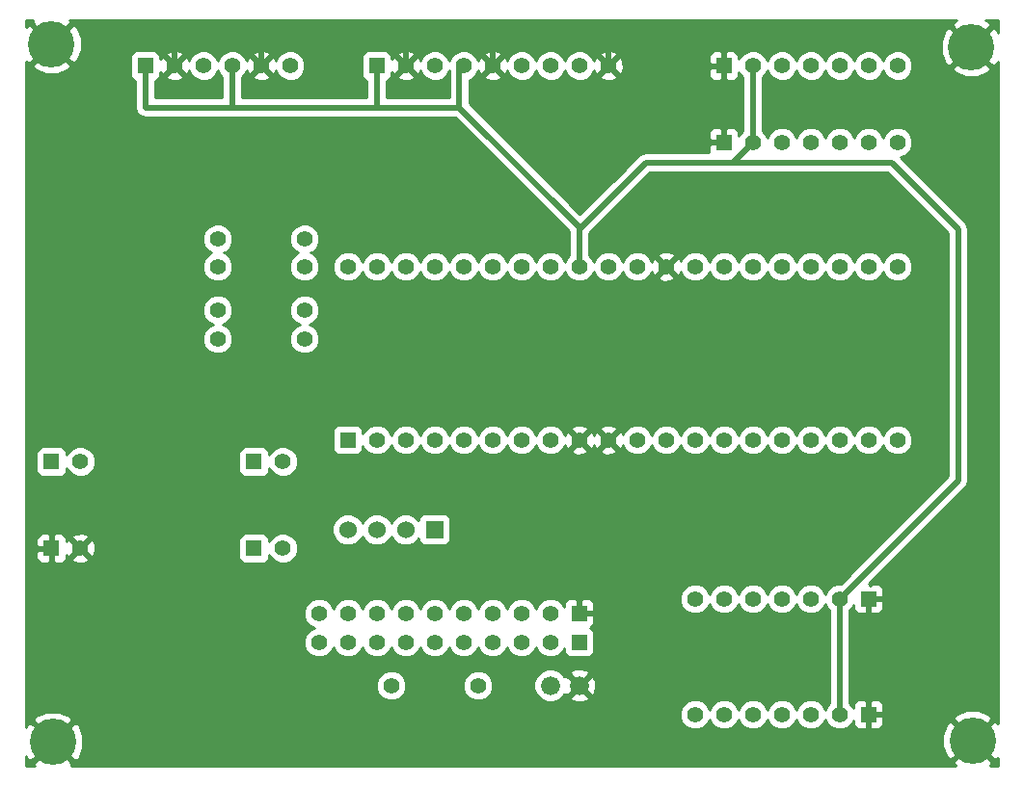
<source format=gtl>
G04 (created by PCBNEW (2013-07-07 BZR 4022)-stable) date 12/21/2016 7:44:16 PM*
%MOIN*%
G04 Gerber Fmt 3.4, Leading zero omitted, Abs format*
%FSLAX34Y34*%
G01*
G70*
G90*
G04 APERTURE LIST*
%ADD10C,0.00590551*%
%ADD11R,0.055X0.055*%
%ADD12C,0.055*%
%ADD13C,0.066*%
%ADD14C,0.16*%
%ADD15R,0.06X0.06*%
%ADD16C,0.06*%
%ADD17C,0.02*%
%ADD18C,0.01*%
G04 APERTURE END LIST*
G54D10*
G54D11*
X86000Y-54550D03*
G54D12*
X87000Y-54550D03*
X88000Y-54550D03*
X89000Y-54550D03*
X90000Y-54550D03*
X91000Y-54550D03*
X92000Y-54550D03*
X93000Y-54550D03*
X94000Y-54550D03*
G54D11*
X98000Y-54550D03*
G54D12*
X99000Y-54550D03*
X100000Y-54550D03*
X101000Y-54550D03*
X102000Y-54550D03*
X103000Y-54550D03*
X104000Y-54550D03*
G54D11*
X98000Y-57200D03*
G54D12*
X99000Y-57200D03*
X100000Y-57200D03*
X101000Y-57200D03*
X102000Y-57200D03*
X103000Y-57200D03*
X104000Y-57200D03*
G54D11*
X103000Y-77000D03*
G54D12*
X102000Y-77000D03*
X101000Y-77000D03*
X100000Y-77000D03*
X99000Y-77000D03*
X98000Y-77000D03*
X97000Y-77000D03*
G54D11*
X103000Y-73000D03*
G54D12*
X102000Y-73000D03*
X101000Y-73000D03*
X100000Y-73000D03*
X99000Y-73000D03*
X98000Y-73000D03*
X97000Y-73000D03*
G54D11*
X78000Y-54550D03*
G54D12*
X79000Y-54550D03*
X80000Y-54550D03*
X81000Y-54550D03*
X82000Y-54550D03*
X83000Y-54550D03*
G54D11*
X81750Y-68250D03*
G54D12*
X82750Y-68250D03*
G54D11*
X81750Y-71250D03*
G54D12*
X82750Y-71250D03*
G54D11*
X74750Y-71250D03*
G54D12*
X75750Y-71250D03*
G54D11*
X74750Y-68250D03*
G54D12*
X75750Y-68250D03*
G54D13*
X92000Y-76000D03*
X93000Y-76000D03*
G54D11*
X85000Y-67500D03*
G54D12*
X86000Y-67500D03*
X87000Y-67500D03*
X88000Y-67500D03*
X89000Y-67500D03*
X90000Y-67500D03*
X91000Y-67500D03*
X92000Y-67500D03*
X93000Y-67500D03*
X94000Y-67500D03*
X95000Y-67500D03*
X96000Y-67500D03*
X97000Y-67500D03*
X98000Y-67500D03*
X99000Y-67500D03*
X100000Y-67500D03*
X101000Y-67500D03*
X102000Y-67500D03*
X103000Y-67500D03*
X104000Y-67500D03*
X104000Y-61500D03*
X103000Y-61500D03*
X102000Y-61500D03*
X101000Y-61500D03*
X100000Y-61500D03*
X99000Y-61500D03*
X98000Y-61500D03*
X97000Y-61500D03*
X96000Y-61500D03*
X95000Y-61500D03*
X94000Y-61500D03*
X93000Y-61500D03*
X92000Y-61500D03*
X91000Y-61500D03*
X90000Y-61500D03*
X89000Y-61500D03*
X88000Y-61500D03*
X87000Y-61500D03*
X86000Y-61500D03*
X85000Y-61500D03*
G54D11*
X93000Y-73500D03*
G54D12*
X92000Y-73500D03*
X91000Y-73500D03*
X90000Y-73500D03*
X89000Y-73500D03*
X88000Y-73500D03*
X87000Y-73500D03*
X86000Y-73500D03*
X85000Y-73500D03*
X84000Y-73500D03*
G54D11*
X93000Y-74500D03*
G54D12*
X92000Y-74500D03*
X91000Y-74500D03*
X90000Y-74500D03*
X89000Y-74500D03*
X88000Y-74500D03*
X87000Y-74500D03*
X86000Y-74500D03*
X85000Y-74500D03*
X84000Y-74500D03*
X80500Y-63000D03*
X83500Y-63000D03*
G54D14*
X106600Y-77900D03*
X74800Y-77950D03*
X74750Y-53800D03*
X106550Y-53900D03*
G54D12*
X83500Y-61500D03*
X80500Y-61500D03*
X80500Y-64000D03*
X83500Y-64000D03*
X83500Y-60550D03*
X80500Y-60550D03*
X89500Y-76000D03*
X86500Y-76000D03*
G54D15*
X88000Y-70600D03*
G54D16*
X87000Y-70600D03*
X86000Y-70600D03*
X85000Y-70600D03*
G54D17*
X102000Y-73000D02*
X106100Y-68900D01*
X103800Y-57900D02*
X98300Y-57900D01*
X106100Y-60200D02*
X103800Y-57900D01*
X106100Y-68900D02*
X106100Y-60200D01*
X102000Y-77000D02*
X102000Y-73000D01*
X93000Y-60200D02*
X95300Y-57900D01*
X95300Y-57900D02*
X98300Y-57900D01*
X98300Y-57900D02*
X99000Y-57200D01*
X99000Y-57200D02*
X99000Y-54550D01*
X88850Y-56000D02*
X88850Y-54700D01*
X88850Y-54700D02*
X89000Y-54550D01*
X86000Y-56000D02*
X88850Y-56000D01*
X93000Y-60150D02*
X93000Y-60200D01*
X93000Y-60200D02*
X93000Y-61500D01*
X88850Y-56000D02*
X93000Y-60150D01*
X86000Y-54550D02*
X86000Y-56000D01*
X81000Y-54550D02*
X81000Y-56000D01*
X78000Y-56000D02*
X78000Y-54550D01*
X81000Y-56000D02*
X78000Y-56000D01*
X86000Y-56000D02*
X81000Y-56000D01*
X87000Y-53550D02*
X82000Y-53550D01*
X82000Y-54550D02*
X82000Y-53550D01*
X79000Y-53550D02*
X79000Y-54550D01*
X82000Y-53550D02*
X79000Y-53550D01*
X90000Y-53550D02*
X87000Y-53550D01*
X87000Y-53550D02*
X87000Y-54550D01*
X98000Y-53550D02*
X94000Y-53550D01*
X94000Y-53550D02*
X90000Y-53550D01*
X94000Y-53550D02*
X94000Y-54550D01*
X90000Y-53550D02*
X90000Y-54550D01*
X98000Y-53550D02*
X98000Y-54550D01*
X98000Y-57200D02*
X98000Y-54550D01*
G54D10*
G36*
X107480Y-78780D02*
X107196Y-78780D01*
X107276Y-78647D01*
X106600Y-77970D01*
X106529Y-78041D01*
X106529Y-77900D01*
X105852Y-77223D01*
X105705Y-77311D01*
X105548Y-77698D01*
X105551Y-78116D01*
X105705Y-78488D01*
X105852Y-78576D01*
X106529Y-77900D01*
X106529Y-78041D01*
X105923Y-78647D01*
X106003Y-78780D01*
X103525Y-78780D01*
X103525Y-77225D01*
X103525Y-76774D01*
X103525Y-73225D01*
X103525Y-73112D01*
X103462Y-73050D01*
X103050Y-73050D01*
X103050Y-73462D01*
X103112Y-73525D01*
X103324Y-73525D01*
X103416Y-73487D01*
X103486Y-73416D01*
X103524Y-73324D01*
X103525Y-73225D01*
X103525Y-76774D01*
X103524Y-76675D01*
X103486Y-76583D01*
X103416Y-76512D01*
X103324Y-76474D01*
X103112Y-76475D01*
X103050Y-76537D01*
X103050Y-76950D01*
X103462Y-76950D01*
X103525Y-76887D01*
X103525Y-76774D01*
X103525Y-77225D01*
X103525Y-77112D01*
X103462Y-77050D01*
X103050Y-77050D01*
X103050Y-77462D01*
X103112Y-77525D01*
X103324Y-77525D01*
X103416Y-77487D01*
X103486Y-77416D01*
X103524Y-77324D01*
X103525Y-77225D01*
X103525Y-78780D01*
X94297Y-78780D01*
X94297Y-67867D01*
X94000Y-67570D01*
X93929Y-67641D01*
X93929Y-67500D01*
X93632Y-67202D01*
X93539Y-67227D01*
X93503Y-67330D01*
X93460Y-67227D01*
X93367Y-67202D01*
X93297Y-67273D01*
X93297Y-67132D01*
X93272Y-67039D01*
X93075Y-66970D01*
X92867Y-66981D01*
X92727Y-67039D01*
X92702Y-67132D01*
X93000Y-67429D01*
X93297Y-67132D01*
X93297Y-67273D01*
X93070Y-67500D01*
X93367Y-67797D01*
X93460Y-67772D01*
X93496Y-67669D01*
X93539Y-67772D01*
X93632Y-67797D01*
X93929Y-67500D01*
X93929Y-67641D01*
X93702Y-67867D01*
X93727Y-67960D01*
X93924Y-68029D01*
X94132Y-68018D01*
X94272Y-67960D01*
X94297Y-67867D01*
X94297Y-78780D01*
X93584Y-78780D01*
X93584Y-76088D01*
X93574Y-75858D01*
X93525Y-75739D01*
X93525Y-74725D01*
X93525Y-74175D01*
X93487Y-74083D01*
X93416Y-74013D01*
X93385Y-74000D01*
X93416Y-73987D01*
X93486Y-73916D01*
X93524Y-73824D01*
X93525Y-73725D01*
X93525Y-73274D01*
X93524Y-73175D01*
X93486Y-73083D01*
X93416Y-73012D01*
X93324Y-72974D01*
X93297Y-72974D01*
X93297Y-67867D01*
X93000Y-67570D01*
X92929Y-67641D01*
X92929Y-67500D01*
X92632Y-67202D01*
X92539Y-67227D01*
X92500Y-67337D01*
X92445Y-67203D01*
X92297Y-67055D01*
X92104Y-66975D01*
X91896Y-66974D01*
X91703Y-67054D01*
X91555Y-67202D01*
X91499Y-67335D01*
X91445Y-67203D01*
X91297Y-67055D01*
X91104Y-66975D01*
X90896Y-66974D01*
X90703Y-67054D01*
X90555Y-67202D01*
X90499Y-67335D01*
X90445Y-67203D01*
X90297Y-67055D01*
X90104Y-66975D01*
X89896Y-66974D01*
X89703Y-67054D01*
X89555Y-67202D01*
X89499Y-67335D01*
X89445Y-67203D01*
X89297Y-67055D01*
X89104Y-66975D01*
X88896Y-66974D01*
X88703Y-67054D01*
X88555Y-67202D01*
X88499Y-67335D01*
X88445Y-67203D01*
X88297Y-67055D01*
X88104Y-66975D01*
X87896Y-66974D01*
X87703Y-67054D01*
X87555Y-67202D01*
X87499Y-67335D01*
X87445Y-67203D01*
X87297Y-67055D01*
X87104Y-66975D01*
X86896Y-66974D01*
X86703Y-67054D01*
X86555Y-67202D01*
X86499Y-67335D01*
X86445Y-67203D01*
X86297Y-67055D01*
X86104Y-66975D01*
X85896Y-66974D01*
X85703Y-67054D01*
X85555Y-67202D01*
X85525Y-67274D01*
X85525Y-67175D01*
X85487Y-67083D01*
X85416Y-67013D01*
X85324Y-66975D01*
X85225Y-66974D01*
X84675Y-66974D01*
X84583Y-67012D01*
X84513Y-67083D01*
X84475Y-67175D01*
X84474Y-67274D01*
X84474Y-67824D01*
X84512Y-67916D01*
X84583Y-67986D01*
X84675Y-68024D01*
X84774Y-68025D01*
X85324Y-68025D01*
X85416Y-67987D01*
X85486Y-67916D01*
X85524Y-67824D01*
X85525Y-67725D01*
X85525Y-67725D01*
X85554Y-67797D01*
X85702Y-67944D01*
X85895Y-68024D01*
X86103Y-68025D01*
X86297Y-67945D01*
X86444Y-67797D01*
X86500Y-67664D01*
X86554Y-67797D01*
X86702Y-67944D01*
X86895Y-68024D01*
X87103Y-68025D01*
X87297Y-67945D01*
X87444Y-67797D01*
X87500Y-67664D01*
X87554Y-67797D01*
X87702Y-67944D01*
X87895Y-68024D01*
X88103Y-68025D01*
X88297Y-67945D01*
X88444Y-67797D01*
X88500Y-67664D01*
X88554Y-67797D01*
X88702Y-67944D01*
X88895Y-68024D01*
X89103Y-68025D01*
X89297Y-67945D01*
X89444Y-67797D01*
X89500Y-67664D01*
X89554Y-67797D01*
X89702Y-67944D01*
X89895Y-68024D01*
X90103Y-68025D01*
X90297Y-67945D01*
X90444Y-67797D01*
X90500Y-67664D01*
X90554Y-67797D01*
X90702Y-67944D01*
X90895Y-68024D01*
X91103Y-68025D01*
X91297Y-67945D01*
X91444Y-67797D01*
X91500Y-67664D01*
X91554Y-67797D01*
X91702Y-67944D01*
X91895Y-68024D01*
X92103Y-68025D01*
X92297Y-67945D01*
X92444Y-67797D01*
X92497Y-67671D01*
X92539Y-67772D01*
X92632Y-67797D01*
X92929Y-67500D01*
X92929Y-67641D01*
X92702Y-67867D01*
X92727Y-67960D01*
X92924Y-68029D01*
X93132Y-68018D01*
X93272Y-67960D01*
X93297Y-67867D01*
X93297Y-72974D01*
X93112Y-72975D01*
X93050Y-73037D01*
X93050Y-73450D01*
X93462Y-73450D01*
X93525Y-73387D01*
X93525Y-73274D01*
X93525Y-73725D01*
X93525Y-73612D01*
X93462Y-73550D01*
X93050Y-73550D01*
X93050Y-73557D01*
X92950Y-73557D01*
X92950Y-73550D01*
X92942Y-73550D01*
X92942Y-73450D01*
X92950Y-73450D01*
X92950Y-73037D01*
X92887Y-72975D01*
X92675Y-72974D01*
X92583Y-73012D01*
X92513Y-73083D01*
X92475Y-73175D01*
X92474Y-73274D01*
X92474Y-73274D01*
X92445Y-73203D01*
X92297Y-73055D01*
X92104Y-72975D01*
X91896Y-72974D01*
X91703Y-73054D01*
X91555Y-73202D01*
X91499Y-73335D01*
X91445Y-73203D01*
X91297Y-73055D01*
X91104Y-72975D01*
X90896Y-72974D01*
X90703Y-73054D01*
X90555Y-73202D01*
X90499Y-73335D01*
X90445Y-73203D01*
X90297Y-73055D01*
X90104Y-72975D01*
X89896Y-72974D01*
X89703Y-73054D01*
X89555Y-73202D01*
X89499Y-73335D01*
X89445Y-73203D01*
X89297Y-73055D01*
X89104Y-72975D01*
X88896Y-72974D01*
X88703Y-73054D01*
X88555Y-73202D01*
X88550Y-73214D01*
X88550Y-70850D01*
X88550Y-70250D01*
X88512Y-70158D01*
X88441Y-70088D01*
X88349Y-70050D01*
X88250Y-70049D01*
X87650Y-70049D01*
X87558Y-70087D01*
X87488Y-70158D01*
X87450Y-70250D01*
X87450Y-70272D01*
X87311Y-70134D01*
X87109Y-70050D01*
X86891Y-70049D01*
X86688Y-70133D01*
X86534Y-70288D01*
X86500Y-70369D01*
X86466Y-70288D01*
X86311Y-70134D01*
X86109Y-70050D01*
X85891Y-70049D01*
X85688Y-70133D01*
X85534Y-70288D01*
X85500Y-70369D01*
X85466Y-70288D01*
X85311Y-70134D01*
X85109Y-70050D01*
X84891Y-70049D01*
X84688Y-70133D01*
X84534Y-70288D01*
X84450Y-70490D01*
X84449Y-70708D01*
X84533Y-70911D01*
X84688Y-71065D01*
X84890Y-71149D01*
X85108Y-71150D01*
X85311Y-71066D01*
X85465Y-70911D01*
X85499Y-70830D01*
X85533Y-70911D01*
X85688Y-71065D01*
X85890Y-71149D01*
X86108Y-71150D01*
X86311Y-71066D01*
X86465Y-70911D01*
X86499Y-70830D01*
X86533Y-70911D01*
X86688Y-71065D01*
X86890Y-71149D01*
X87108Y-71150D01*
X87311Y-71066D01*
X87449Y-70927D01*
X87449Y-70949D01*
X87487Y-71041D01*
X87558Y-71111D01*
X87650Y-71149D01*
X87749Y-71150D01*
X88349Y-71150D01*
X88441Y-71112D01*
X88511Y-71041D01*
X88549Y-70949D01*
X88550Y-70850D01*
X88550Y-73214D01*
X88499Y-73335D01*
X88445Y-73203D01*
X88297Y-73055D01*
X88104Y-72975D01*
X87896Y-72974D01*
X87703Y-73054D01*
X87555Y-73202D01*
X87499Y-73335D01*
X87445Y-73203D01*
X87297Y-73055D01*
X87104Y-72975D01*
X86896Y-72974D01*
X86703Y-73054D01*
X86555Y-73202D01*
X86499Y-73335D01*
X86445Y-73203D01*
X86297Y-73055D01*
X86104Y-72975D01*
X85896Y-72974D01*
X85703Y-73054D01*
X85555Y-73202D01*
X85499Y-73335D01*
X85445Y-73203D01*
X85297Y-73055D01*
X85104Y-72975D01*
X84896Y-72974D01*
X84703Y-73054D01*
X84555Y-73202D01*
X84499Y-73335D01*
X84445Y-73203D01*
X84297Y-73055D01*
X84104Y-72975D01*
X84025Y-72975D01*
X84025Y-63896D01*
X83945Y-63703D01*
X83797Y-63555D01*
X83664Y-63499D01*
X83797Y-63445D01*
X83944Y-63297D01*
X84024Y-63104D01*
X84025Y-62896D01*
X84025Y-61396D01*
X83945Y-61203D01*
X83797Y-61055D01*
X83725Y-61025D01*
X83797Y-60995D01*
X83944Y-60847D01*
X84024Y-60654D01*
X84025Y-60446D01*
X83945Y-60253D01*
X83797Y-60105D01*
X83604Y-60025D01*
X83396Y-60024D01*
X83203Y-60104D01*
X83055Y-60252D01*
X82975Y-60445D01*
X82974Y-60653D01*
X83054Y-60847D01*
X83202Y-60994D01*
X83274Y-61024D01*
X83203Y-61054D01*
X83055Y-61202D01*
X82975Y-61395D01*
X82974Y-61603D01*
X83054Y-61797D01*
X83202Y-61944D01*
X83395Y-62024D01*
X83603Y-62025D01*
X83797Y-61945D01*
X83944Y-61797D01*
X84024Y-61604D01*
X84025Y-61396D01*
X84025Y-62896D01*
X83945Y-62703D01*
X83797Y-62555D01*
X83604Y-62475D01*
X83396Y-62474D01*
X83203Y-62554D01*
X83055Y-62702D01*
X82975Y-62895D01*
X82974Y-63103D01*
X83054Y-63297D01*
X83202Y-63444D01*
X83335Y-63500D01*
X83203Y-63554D01*
X83055Y-63702D01*
X82975Y-63895D01*
X82974Y-64103D01*
X83054Y-64297D01*
X83202Y-64444D01*
X83395Y-64524D01*
X83603Y-64525D01*
X83797Y-64445D01*
X83944Y-64297D01*
X84024Y-64104D01*
X84025Y-63896D01*
X84025Y-72975D01*
X83896Y-72974D01*
X83703Y-73054D01*
X83555Y-73202D01*
X83475Y-73395D01*
X83474Y-73603D01*
X83554Y-73797D01*
X83702Y-73944D01*
X83835Y-74000D01*
X83703Y-74054D01*
X83555Y-74202D01*
X83475Y-74395D01*
X83474Y-74603D01*
X83554Y-74797D01*
X83702Y-74944D01*
X83895Y-75024D01*
X84103Y-75025D01*
X84297Y-74945D01*
X84444Y-74797D01*
X84500Y-74664D01*
X84554Y-74797D01*
X84702Y-74944D01*
X84895Y-75024D01*
X85103Y-75025D01*
X85297Y-74945D01*
X85444Y-74797D01*
X85500Y-74664D01*
X85554Y-74797D01*
X85702Y-74944D01*
X85895Y-75024D01*
X86103Y-75025D01*
X86297Y-74945D01*
X86444Y-74797D01*
X86500Y-74664D01*
X86554Y-74797D01*
X86702Y-74944D01*
X86895Y-75024D01*
X87103Y-75025D01*
X87297Y-74945D01*
X87444Y-74797D01*
X87500Y-74664D01*
X87554Y-74797D01*
X87702Y-74944D01*
X87895Y-75024D01*
X88103Y-75025D01*
X88297Y-74945D01*
X88444Y-74797D01*
X88500Y-74664D01*
X88554Y-74797D01*
X88702Y-74944D01*
X88895Y-75024D01*
X89103Y-75025D01*
X89297Y-74945D01*
X89444Y-74797D01*
X89500Y-74664D01*
X89554Y-74797D01*
X89702Y-74944D01*
X89895Y-75024D01*
X90103Y-75025D01*
X90297Y-74945D01*
X90444Y-74797D01*
X90500Y-74664D01*
X90554Y-74797D01*
X90702Y-74944D01*
X90895Y-75024D01*
X91103Y-75025D01*
X91297Y-74945D01*
X91444Y-74797D01*
X91500Y-74664D01*
X91554Y-74797D01*
X91702Y-74944D01*
X91895Y-75024D01*
X92103Y-75025D01*
X92297Y-74945D01*
X92444Y-74797D01*
X92474Y-74725D01*
X92474Y-74824D01*
X92512Y-74916D01*
X92583Y-74986D01*
X92675Y-75024D01*
X92774Y-75025D01*
X93324Y-75025D01*
X93416Y-74987D01*
X93486Y-74916D01*
X93524Y-74824D01*
X93525Y-74725D01*
X93525Y-75739D01*
X93506Y-75694D01*
X93407Y-75663D01*
X93336Y-75733D01*
X93336Y-75592D01*
X93305Y-75493D01*
X93088Y-75415D01*
X92858Y-75425D01*
X92694Y-75493D01*
X92663Y-75592D01*
X93000Y-75929D01*
X93336Y-75592D01*
X93336Y-75733D01*
X93070Y-76000D01*
X93407Y-76336D01*
X93506Y-76305D01*
X93584Y-76088D01*
X93584Y-78780D01*
X93336Y-78780D01*
X93336Y-76407D01*
X93000Y-76070D01*
X92929Y-76141D01*
X92929Y-76000D01*
X92592Y-75663D01*
X92500Y-75692D01*
X92491Y-75671D01*
X92328Y-75508D01*
X92115Y-75420D01*
X91885Y-75419D01*
X91671Y-75508D01*
X91508Y-75671D01*
X91420Y-75884D01*
X91419Y-76114D01*
X91508Y-76328D01*
X91671Y-76491D01*
X91884Y-76579D01*
X92114Y-76580D01*
X92328Y-76491D01*
X92491Y-76328D01*
X92500Y-76307D01*
X92592Y-76336D01*
X92929Y-76000D01*
X92929Y-76141D01*
X92663Y-76407D01*
X92694Y-76506D01*
X92911Y-76584D01*
X93141Y-76574D01*
X93305Y-76506D01*
X93336Y-76407D01*
X93336Y-78780D01*
X90025Y-78780D01*
X90025Y-75896D01*
X89945Y-75703D01*
X89797Y-75555D01*
X89604Y-75475D01*
X89396Y-75474D01*
X89203Y-75554D01*
X89055Y-75702D01*
X88975Y-75895D01*
X88974Y-76103D01*
X89054Y-76297D01*
X89202Y-76444D01*
X89395Y-76524D01*
X89603Y-76525D01*
X89797Y-76445D01*
X89944Y-76297D01*
X90024Y-76104D01*
X90025Y-75896D01*
X90025Y-78780D01*
X87025Y-78780D01*
X87025Y-75896D01*
X86945Y-75703D01*
X86797Y-75555D01*
X86604Y-75475D01*
X86396Y-75474D01*
X86203Y-75554D01*
X86055Y-75702D01*
X85975Y-75895D01*
X85974Y-76103D01*
X86054Y-76297D01*
X86202Y-76444D01*
X86395Y-76524D01*
X86603Y-76525D01*
X86797Y-76445D01*
X86944Y-76297D01*
X87024Y-76104D01*
X87025Y-75896D01*
X87025Y-78780D01*
X83275Y-78780D01*
X83275Y-71146D01*
X83275Y-68146D01*
X83195Y-67953D01*
X83047Y-67805D01*
X82854Y-67725D01*
X82646Y-67724D01*
X82453Y-67804D01*
X82305Y-67952D01*
X82275Y-68024D01*
X82275Y-67925D01*
X82237Y-67833D01*
X82166Y-67763D01*
X82074Y-67725D01*
X81975Y-67724D01*
X81425Y-67724D01*
X81333Y-67762D01*
X81263Y-67833D01*
X81225Y-67925D01*
X81224Y-68024D01*
X81224Y-68574D01*
X81262Y-68666D01*
X81333Y-68736D01*
X81425Y-68774D01*
X81524Y-68775D01*
X82074Y-68775D01*
X82166Y-68737D01*
X82236Y-68666D01*
X82274Y-68574D01*
X82275Y-68475D01*
X82275Y-68475D01*
X82304Y-68547D01*
X82452Y-68694D01*
X82645Y-68774D01*
X82853Y-68775D01*
X83047Y-68695D01*
X83194Y-68547D01*
X83274Y-68354D01*
X83275Y-68146D01*
X83275Y-71146D01*
X83195Y-70953D01*
X83047Y-70805D01*
X82854Y-70725D01*
X82646Y-70724D01*
X82453Y-70804D01*
X82305Y-70952D01*
X82275Y-71024D01*
X82275Y-70925D01*
X82237Y-70833D01*
X82166Y-70763D01*
X82074Y-70725D01*
X81975Y-70724D01*
X81425Y-70724D01*
X81333Y-70762D01*
X81263Y-70833D01*
X81225Y-70925D01*
X81224Y-71024D01*
X81224Y-71574D01*
X81262Y-71666D01*
X81333Y-71736D01*
X81425Y-71774D01*
X81524Y-71775D01*
X82074Y-71775D01*
X82166Y-71737D01*
X82236Y-71666D01*
X82274Y-71574D01*
X82275Y-71475D01*
X82275Y-71475D01*
X82304Y-71547D01*
X82452Y-71694D01*
X82645Y-71774D01*
X82853Y-71775D01*
X83047Y-71695D01*
X83194Y-71547D01*
X83274Y-71354D01*
X83275Y-71146D01*
X83275Y-78780D01*
X81025Y-78780D01*
X81025Y-63896D01*
X80945Y-63703D01*
X80797Y-63555D01*
X80664Y-63499D01*
X80797Y-63445D01*
X80944Y-63297D01*
X81024Y-63104D01*
X81025Y-62896D01*
X81025Y-61396D01*
X80945Y-61203D01*
X80797Y-61055D01*
X80725Y-61025D01*
X80797Y-60995D01*
X80944Y-60847D01*
X81024Y-60654D01*
X81025Y-60446D01*
X80945Y-60253D01*
X80797Y-60105D01*
X80604Y-60025D01*
X80396Y-60024D01*
X80203Y-60104D01*
X80055Y-60252D01*
X79975Y-60445D01*
X79974Y-60653D01*
X80054Y-60847D01*
X80202Y-60994D01*
X80274Y-61024D01*
X80203Y-61054D01*
X80055Y-61202D01*
X79975Y-61395D01*
X79974Y-61603D01*
X80054Y-61797D01*
X80202Y-61944D01*
X80395Y-62024D01*
X80603Y-62025D01*
X80797Y-61945D01*
X80944Y-61797D01*
X81024Y-61604D01*
X81025Y-61396D01*
X81025Y-62896D01*
X80945Y-62703D01*
X80797Y-62555D01*
X80604Y-62475D01*
X80396Y-62474D01*
X80203Y-62554D01*
X80055Y-62702D01*
X79975Y-62895D01*
X79974Y-63103D01*
X80054Y-63297D01*
X80202Y-63444D01*
X80335Y-63500D01*
X80203Y-63554D01*
X80055Y-63702D01*
X79975Y-63895D01*
X79974Y-64103D01*
X80054Y-64297D01*
X80202Y-64444D01*
X80395Y-64524D01*
X80603Y-64525D01*
X80797Y-64445D01*
X80944Y-64297D01*
X81024Y-64104D01*
X81025Y-63896D01*
X81025Y-78780D01*
X76279Y-78780D01*
X76279Y-71325D01*
X76275Y-71237D01*
X76275Y-68146D01*
X76195Y-67953D01*
X76047Y-67805D01*
X75854Y-67725D01*
X75801Y-67725D01*
X75801Y-54001D01*
X75798Y-53583D01*
X75644Y-53211D01*
X75497Y-53123D01*
X74820Y-53800D01*
X75497Y-54476D01*
X75644Y-54388D01*
X75801Y-54001D01*
X75801Y-67725D01*
X75646Y-67724D01*
X75453Y-67804D01*
X75426Y-67831D01*
X75426Y-54547D01*
X74750Y-53870D01*
X74073Y-54547D01*
X74161Y-54694D01*
X74548Y-54851D01*
X74966Y-54848D01*
X75338Y-54694D01*
X75426Y-54547D01*
X75426Y-67831D01*
X75305Y-67952D01*
X75275Y-68024D01*
X75275Y-67925D01*
X75237Y-67833D01*
X75166Y-67763D01*
X75074Y-67725D01*
X74975Y-67724D01*
X74425Y-67724D01*
X74333Y-67762D01*
X74263Y-67833D01*
X74225Y-67925D01*
X74224Y-68024D01*
X74224Y-68574D01*
X74262Y-68666D01*
X74333Y-68736D01*
X74425Y-68774D01*
X74524Y-68775D01*
X75074Y-68775D01*
X75166Y-68737D01*
X75236Y-68666D01*
X75274Y-68574D01*
X75275Y-68475D01*
X75275Y-68475D01*
X75304Y-68547D01*
X75452Y-68694D01*
X75645Y-68774D01*
X75853Y-68775D01*
X76047Y-68695D01*
X76194Y-68547D01*
X76274Y-68354D01*
X76275Y-68146D01*
X76275Y-71237D01*
X76268Y-71117D01*
X76210Y-70977D01*
X76117Y-70952D01*
X76047Y-71023D01*
X76047Y-70882D01*
X76022Y-70789D01*
X75825Y-70720D01*
X75617Y-70731D01*
X75477Y-70789D01*
X75452Y-70882D01*
X75750Y-71179D01*
X76047Y-70882D01*
X76047Y-71023D01*
X75820Y-71250D01*
X76117Y-71547D01*
X76210Y-71522D01*
X76279Y-71325D01*
X76279Y-78780D01*
X76047Y-78780D01*
X76047Y-71617D01*
X75750Y-71320D01*
X75679Y-71391D01*
X75679Y-71250D01*
X75382Y-70952D01*
X75289Y-70977D01*
X75275Y-71018D01*
X75274Y-70925D01*
X75236Y-70833D01*
X75166Y-70762D01*
X75074Y-70724D01*
X74862Y-70725D01*
X74800Y-70787D01*
X74800Y-71200D01*
X74807Y-71200D01*
X74807Y-71300D01*
X74800Y-71300D01*
X74800Y-71712D01*
X74862Y-71775D01*
X75074Y-71775D01*
X75166Y-71737D01*
X75236Y-71666D01*
X75274Y-71574D01*
X75275Y-71487D01*
X75289Y-71522D01*
X75382Y-71547D01*
X75679Y-71250D01*
X75679Y-71391D01*
X75452Y-71617D01*
X75477Y-71710D01*
X75674Y-71779D01*
X75882Y-71768D01*
X76022Y-71710D01*
X76047Y-71617D01*
X76047Y-78780D01*
X75851Y-78780D01*
X75851Y-78151D01*
X75848Y-77733D01*
X75694Y-77361D01*
X75547Y-77273D01*
X75476Y-77344D01*
X75476Y-77202D01*
X75388Y-77055D01*
X75001Y-76898D01*
X74700Y-76900D01*
X74700Y-71712D01*
X74700Y-71300D01*
X74700Y-71200D01*
X74700Y-70787D01*
X74637Y-70725D01*
X74425Y-70724D01*
X74333Y-70762D01*
X74263Y-70833D01*
X74225Y-70925D01*
X74224Y-71024D01*
X74225Y-71137D01*
X74287Y-71200D01*
X74700Y-71200D01*
X74700Y-71300D01*
X74287Y-71300D01*
X74225Y-71362D01*
X74224Y-71475D01*
X74225Y-71574D01*
X74263Y-71666D01*
X74333Y-71737D01*
X74425Y-71775D01*
X74637Y-71775D01*
X74700Y-71712D01*
X74700Y-76900D01*
X74583Y-76901D01*
X74211Y-77055D01*
X74123Y-77202D01*
X74800Y-77879D01*
X75476Y-77202D01*
X75476Y-77344D01*
X74870Y-77950D01*
X75547Y-78626D01*
X75694Y-78538D01*
X75851Y-78151D01*
X75851Y-78780D01*
X75426Y-78780D01*
X75476Y-78697D01*
X74800Y-78020D01*
X74123Y-78697D01*
X74173Y-78780D01*
X73869Y-78780D01*
X73869Y-78451D01*
X73905Y-78538D01*
X74052Y-78626D01*
X74729Y-77950D01*
X74052Y-77273D01*
X73905Y-77361D01*
X73869Y-77450D01*
X73869Y-54396D01*
X74002Y-54476D01*
X74679Y-53800D01*
X74002Y-53123D01*
X73869Y-53203D01*
X73869Y-52969D01*
X74123Y-52969D01*
X74073Y-53052D01*
X74750Y-53729D01*
X75426Y-53052D01*
X75376Y-52969D01*
X106048Y-52969D01*
X105961Y-53005D01*
X105873Y-53152D01*
X106550Y-53829D01*
X107226Y-53152D01*
X107138Y-53005D01*
X107049Y-52969D01*
X107480Y-52969D01*
X107480Y-53398D01*
X107444Y-53311D01*
X107297Y-53223D01*
X106620Y-53900D01*
X107297Y-54576D01*
X107444Y-54488D01*
X107480Y-54399D01*
X107480Y-77303D01*
X107347Y-77223D01*
X107276Y-77294D01*
X107276Y-77152D01*
X107226Y-77069D01*
X107226Y-54647D01*
X106550Y-53970D01*
X106479Y-54041D01*
X106479Y-53900D01*
X105802Y-53223D01*
X105655Y-53311D01*
X105498Y-53698D01*
X105501Y-54116D01*
X105655Y-54488D01*
X105802Y-54576D01*
X106479Y-53900D01*
X106479Y-54041D01*
X105873Y-54647D01*
X105961Y-54794D01*
X106348Y-54951D01*
X106766Y-54948D01*
X107138Y-54794D01*
X107226Y-54647D01*
X107226Y-77069D01*
X107188Y-77005D01*
X106801Y-76848D01*
X106450Y-76851D01*
X106450Y-68900D01*
X106450Y-60200D01*
X106423Y-60066D01*
X106347Y-59952D01*
X106347Y-59952D01*
X104115Y-57720D01*
X104297Y-57645D01*
X104444Y-57497D01*
X104524Y-57304D01*
X104525Y-57096D01*
X104445Y-56903D01*
X104297Y-56755D01*
X104104Y-56675D01*
X103896Y-56674D01*
X103703Y-56754D01*
X103555Y-56902D01*
X103499Y-57035D01*
X103445Y-56903D01*
X103297Y-56755D01*
X103104Y-56675D01*
X102896Y-56674D01*
X102703Y-56754D01*
X102555Y-56902D01*
X102499Y-57035D01*
X102445Y-56903D01*
X102297Y-56755D01*
X102104Y-56675D01*
X101896Y-56674D01*
X101703Y-56754D01*
X101555Y-56902D01*
X101499Y-57035D01*
X101445Y-56903D01*
X101297Y-56755D01*
X101104Y-56675D01*
X100896Y-56674D01*
X100703Y-56754D01*
X100555Y-56902D01*
X100499Y-57035D01*
X100445Y-56903D01*
X100297Y-56755D01*
X100104Y-56675D01*
X99896Y-56674D01*
X99703Y-56754D01*
X99555Y-56902D01*
X99499Y-57035D01*
X99445Y-56903D01*
X99350Y-56807D01*
X99350Y-54942D01*
X99444Y-54847D01*
X99500Y-54714D01*
X99554Y-54847D01*
X99702Y-54994D01*
X99895Y-55074D01*
X100103Y-55075D01*
X100297Y-54995D01*
X100444Y-54847D01*
X100500Y-54714D01*
X100554Y-54847D01*
X100702Y-54994D01*
X100895Y-55074D01*
X101103Y-55075D01*
X101297Y-54995D01*
X101444Y-54847D01*
X101500Y-54714D01*
X101554Y-54847D01*
X101702Y-54994D01*
X101895Y-55074D01*
X102103Y-55075D01*
X102297Y-54995D01*
X102444Y-54847D01*
X102500Y-54714D01*
X102554Y-54847D01*
X102702Y-54994D01*
X102895Y-55074D01*
X103103Y-55075D01*
X103297Y-54995D01*
X103444Y-54847D01*
X103500Y-54714D01*
X103554Y-54847D01*
X103702Y-54994D01*
X103895Y-55074D01*
X104103Y-55075D01*
X104297Y-54995D01*
X104444Y-54847D01*
X104524Y-54654D01*
X104525Y-54446D01*
X104445Y-54253D01*
X104297Y-54105D01*
X104104Y-54025D01*
X103896Y-54024D01*
X103703Y-54104D01*
X103555Y-54252D01*
X103499Y-54385D01*
X103445Y-54253D01*
X103297Y-54105D01*
X103104Y-54025D01*
X102896Y-54024D01*
X102703Y-54104D01*
X102555Y-54252D01*
X102499Y-54385D01*
X102445Y-54253D01*
X102297Y-54105D01*
X102104Y-54025D01*
X101896Y-54024D01*
X101703Y-54104D01*
X101555Y-54252D01*
X101499Y-54385D01*
X101445Y-54253D01*
X101297Y-54105D01*
X101104Y-54025D01*
X100896Y-54024D01*
X100703Y-54104D01*
X100555Y-54252D01*
X100499Y-54385D01*
X100445Y-54253D01*
X100297Y-54105D01*
X100104Y-54025D01*
X99896Y-54024D01*
X99703Y-54104D01*
X99555Y-54252D01*
X99499Y-54385D01*
X99445Y-54253D01*
X99297Y-54105D01*
X99104Y-54025D01*
X98896Y-54024D01*
X98703Y-54104D01*
X98555Y-54252D01*
X98525Y-54324D01*
X98525Y-54324D01*
X98524Y-54225D01*
X98486Y-54133D01*
X98416Y-54062D01*
X98324Y-54024D01*
X98112Y-54025D01*
X98050Y-54087D01*
X98050Y-54500D01*
X98057Y-54500D01*
X98057Y-54600D01*
X98050Y-54600D01*
X98050Y-55012D01*
X98112Y-55075D01*
X98324Y-55075D01*
X98416Y-55037D01*
X98486Y-54966D01*
X98524Y-54874D01*
X98525Y-54775D01*
X98525Y-54775D01*
X98554Y-54847D01*
X98650Y-54942D01*
X98650Y-56807D01*
X98555Y-56902D01*
X98525Y-56974D01*
X98525Y-56974D01*
X98524Y-56875D01*
X98486Y-56783D01*
X98416Y-56712D01*
X98324Y-56674D01*
X98112Y-56675D01*
X98050Y-56737D01*
X98050Y-57150D01*
X98057Y-57150D01*
X98057Y-57250D01*
X98050Y-57250D01*
X98050Y-57257D01*
X97950Y-57257D01*
X97950Y-57250D01*
X97950Y-57150D01*
X97950Y-56737D01*
X97950Y-55012D01*
X97950Y-54600D01*
X97950Y-54500D01*
X97950Y-54087D01*
X97887Y-54025D01*
X97675Y-54024D01*
X97583Y-54062D01*
X97513Y-54133D01*
X97475Y-54225D01*
X97474Y-54324D01*
X97475Y-54437D01*
X97537Y-54500D01*
X97950Y-54500D01*
X97950Y-54600D01*
X97537Y-54600D01*
X97475Y-54662D01*
X97474Y-54775D01*
X97475Y-54874D01*
X97513Y-54966D01*
X97583Y-55037D01*
X97675Y-55075D01*
X97887Y-55075D01*
X97950Y-55012D01*
X97950Y-56737D01*
X97887Y-56675D01*
X97675Y-56674D01*
X97583Y-56712D01*
X97513Y-56783D01*
X97475Y-56875D01*
X97474Y-56974D01*
X97475Y-57087D01*
X97537Y-57150D01*
X97950Y-57150D01*
X97950Y-57250D01*
X97537Y-57250D01*
X97475Y-57312D01*
X97474Y-57425D01*
X97475Y-57524D01*
X97485Y-57550D01*
X95300Y-57550D01*
X95166Y-57576D01*
X95052Y-57652D01*
X95052Y-57652D01*
X94529Y-58175D01*
X94529Y-54625D01*
X94518Y-54417D01*
X94460Y-54277D01*
X94367Y-54252D01*
X94297Y-54323D01*
X94297Y-54182D01*
X94272Y-54089D01*
X94075Y-54020D01*
X93867Y-54031D01*
X93727Y-54089D01*
X93702Y-54182D01*
X94000Y-54479D01*
X94297Y-54182D01*
X94297Y-54323D01*
X94070Y-54550D01*
X94367Y-54847D01*
X94460Y-54822D01*
X94529Y-54625D01*
X94529Y-58175D01*
X94297Y-58407D01*
X94297Y-54917D01*
X94000Y-54620D01*
X93929Y-54691D01*
X93929Y-54550D01*
X93632Y-54252D01*
X93539Y-54277D01*
X93500Y-54387D01*
X93445Y-54253D01*
X93297Y-54105D01*
X93104Y-54025D01*
X92896Y-54024D01*
X92703Y-54104D01*
X92555Y-54252D01*
X92499Y-54385D01*
X92445Y-54253D01*
X92297Y-54105D01*
X92104Y-54025D01*
X91896Y-54024D01*
X91703Y-54104D01*
X91555Y-54252D01*
X91499Y-54385D01*
X91445Y-54253D01*
X91297Y-54105D01*
X91104Y-54025D01*
X90896Y-54024D01*
X90703Y-54104D01*
X90555Y-54252D01*
X90502Y-54378D01*
X90460Y-54277D01*
X90367Y-54252D01*
X90297Y-54323D01*
X90297Y-54182D01*
X90272Y-54089D01*
X90075Y-54020D01*
X89867Y-54031D01*
X89727Y-54089D01*
X89702Y-54182D01*
X90000Y-54479D01*
X90297Y-54182D01*
X90297Y-54323D01*
X90070Y-54550D01*
X90367Y-54847D01*
X90460Y-54822D01*
X90499Y-54712D01*
X90554Y-54847D01*
X90702Y-54994D01*
X90895Y-55074D01*
X91103Y-55075D01*
X91297Y-54995D01*
X91444Y-54847D01*
X91500Y-54714D01*
X91554Y-54847D01*
X91702Y-54994D01*
X91895Y-55074D01*
X92103Y-55075D01*
X92297Y-54995D01*
X92444Y-54847D01*
X92500Y-54714D01*
X92554Y-54847D01*
X92702Y-54994D01*
X92895Y-55074D01*
X93103Y-55075D01*
X93297Y-54995D01*
X93444Y-54847D01*
X93497Y-54721D01*
X93539Y-54822D01*
X93632Y-54847D01*
X93929Y-54550D01*
X93929Y-54691D01*
X93702Y-54917D01*
X93727Y-55010D01*
X93924Y-55079D01*
X94132Y-55068D01*
X94272Y-55010D01*
X94297Y-54917D01*
X94297Y-58407D01*
X93025Y-59680D01*
X90297Y-56952D01*
X90297Y-54917D01*
X90000Y-54620D01*
X89702Y-54917D01*
X89727Y-55010D01*
X89924Y-55079D01*
X90132Y-55068D01*
X90272Y-55010D01*
X90297Y-54917D01*
X90297Y-56952D01*
X89200Y-55855D01*
X89200Y-55035D01*
X89297Y-54995D01*
X89444Y-54847D01*
X89497Y-54721D01*
X89539Y-54822D01*
X89632Y-54847D01*
X89929Y-54550D01*
X89632Y-54252D01*
X89539Y-54277D01*
X89500Y-54387D01*
X89445Y-54253D01*
X89297Y-54105D01*
X89104Y-54025D01*
X88896Y-54024D01*
X88703Y-54104D01*
X88555Y-54252D01*
X88499Y-54385D01*
X88445Y-54253D01*
X88297Y-54105D01*
X88104Y-54025D01*
X87896Y-54024D01*
X87703Y-54104D01*
X87555Y-54252D01*
X87502Y-54378D01*
X87460Y-54277D01*
X87367Y-54252D01*
X87297Y-54323D01*
X87297Y-54182D01*
X87272Y-54089D01*
X87075Y-54020D01*
X86867Y-54031D01*
X86727Y-54089D01*
X86702Y-54182D01*
X87000Y-54479D01*
X87297Y-54182D01*
X87297Y-54323D01*
X87070Y-54550D01*
X87367Y-54847D01*
X87460Y-54822D01*
X87499Y-54712D01*
X87554Y-54847D01*
X87702Y-54994D01*
X87895Y-55074D01*
X88103Y-55075D01*
X88297Y-54995D01*
X88444Y-54847D01*
X88500Y-54714D01*
X88500Y-55650D01*
X87297Y-55650D01*
X87297Y-54917D01*
X87000Y-54620D01*
X86702Y-54917D01*
X86727Y-55010D01*
X86924Y-55079D01*
X87132Y-55068D01*
X87272Y-55010D01*
X87297Y-54917D01*
X87297Y-55650D01*
X86350Y-55650D01*
X86350Y-55064D01*
X86416Y-55037D01*
X86486Y-54966D01*
X86524Y-54874D01*
X86525Y-54787D01*
X86539Y-54822D01*
X86632Y-54847D01*
X86929Y-54550D01*
X86632Y-54252D01*
X86539Y-54277D01*
X86525Y-54318D01*
X86525Y-54225D01*
X86487Y-54133D01*
X86416Y-54063D01*
X86324Y-54025D01*
X86225Y-54024D01*
X85675Y-54024D01*
X85583Y-54062D01*
X85513Y-54133D01*
X85475Y-54225D01*
X85474Y-54324D01*
X85474Y-54874D01*
X85512Y-54966D01*
X85583Y-55036D01*
X85650Y-55064D01*
X85650Y-55650D01*
X83525Y-55650D01*
X83525Y-54446D01*
X83445Y-54253D01*
X83297Y-54105D01*
X83104Y-54025D01*
X82896Y-54024D01*
X82703Y-54104D01*
X82555Y-54252D01*
X82502Y-54378D01*
X82460Y-54277D01*
X82367Y-54252D01*
X82297Y-54323D01*
X82297Y-54182D01*
X82272Y-54089D01*
X82075Y-54020D01*
X81867Y-54031D01*
X81727Y-54089D01*
X81702Y-54182D01*
X82000Y-54479D01*
X82297Y-54182D01*
X82297Y-54323D01*
X82070Y-54550D01*
X82367Y-54847D01*
X82460Y-54822D01*
X82499Y-54712D01*
X82554Y-54847D01*
X82702Y-54994D01*
X82895Y-55074D01*
X83103Y-55075D01*
X83297Y-54995D01*
X83444Y-54847D01*
X83524Y-54654D01*
X83525Y-54446D01*
X83525Y-55650D01*
X82297Y-55650D01*
X82297Y-54917D01*
X82000Y-54620D01*
X81702Y-54917D01*
X81727Y-55010D01*
X81924Y-55079D01*
X82132Y-55068D01*
X82272Y-55010D01*
X82297Y-54917D01*
X82297Y-55650D01*
X81350Y-55650D01*
X81350Y-54942D01*
X81444Y-54847D01*
X81497Y-54721D01*
X81539Y-54822D01*
X81632Y-54847D01*
X81929Y-54550D01*
X81632Y-54252D01*
X81539Y-54277D01*
X81500Y-54387D01*
X81445Y-54253D01*
X81297Y-54105D01*
X81104Y-54025D01*
X80896Y-54024D01*
X80703Y-54104D01*
X80555Y-54252D01*
X80499Y-54385D01*
X80445Y-54253D01*
X80297Y-54105D01*
X80104Y-54025D01*
X79896Y-54024D01*
X79703Y-54104D01*
X79555Y-54252D01*
X79502Y-54378D01*
X79460Y-54277D01*
X79367Y-54252D01*
X79297Y-54323D01*
X79297Y-54182D01*
X79272Y-54089D01*
X79075Y-54020D01*
X78867Y-54031D01*
X78727Y-54089D01*
X78702Y-54182D01*
X79000Y-54479D01*
X79297Y-54182D01*
X79297Y-54323D01*
X79070Y-54550D01*
X79367Y-54847D01*
X79460Y-54822D01*
X79499Y-54712D01*
X79554Y-54847D01*
X79702Y-54994D01*
X79895Y-55074D01*
X80103Y-55075D01*
X80297Y-54995D01*
X80444Y-54847D01*
X80500Y-54714D01*
X80554Y-54847D01*
X80650Y-54942D01*
X80650Y-55650D01*
X79297Y-55650D01*
X79297Y-54917D01*
X79000Y-54620D01*
X78702Y-54917D01*
X78727Y-55010D01*
X78924Y-55079D01*
X79132Y-55068D01*
X79272Y-55010D01*
X79297Y-54917D01*
X79297Y-55650D01*
X78350Y-55650D01*
X78350Y-55064D01*
X78416Y-55037D01*
X78486Y-54966D01*
X78524Y-54874D01*
X78525Y-54787D01*
X78539Y-54822D01*
X78632Y-54847D01*
X78929Y-54550D01*
X78632Y-54252D01*
X78539Y-54277D01*
X78525Y-54318D01*
X78525Y-54225D01*
X78487Y-54133D01*
X78416Y-54063D01*
X78324Y-54025D01*
X78225Y-54024D01*
X77675Y-54024D01*
X77583Y-54062D01*
X77513Y-54133D01*
X77475Y-54225D01*
X77474Y-54324D01*
X77474Y-54874D01*
X77512Y-54966D01*
X77583Y-55036D01*
X77650Y-55064D01*
X77650Y-56000D01*
X77676Y-56133D01*
X77752Y-56247D01*
X77866Y-56323D01*
X78000Y-56350D01*
X81000Y-56350D01*
X86000Y-56350D01*
X88705Y-56350D01*
X92650Y-60294D01*
X92650Y-61107D01*
X92555Y-61202D01*
X92499Y-61335D01*
X92445Y-61203D01*
X92297Y-61055D01*
X92104Y-60975D01*
X91896Y-60974D01*
X91703Y-61054D01*
X91555Y-61202D01*
X91499Y-61335D01*
X91445Y-61203D01*
X91297Y-61055D01*
X91104Y-60975D01*
X90896Y-60974D01*
X90703Y-61054D01*
X90555Y-61202D01*
X90499Y-61335D01*
X90445Y-61203D01*
X90297Y-61055D01*
X90104Y-60975D01*
X89896Y-60974D01*
X89703Y-61054D01*
X89555Y-61202D01*
X89499Y-61335D01*
X89445Y-61203D01*
X89297Y-61055D01*
X89104Y-60975D01*
X88896Y-60974D01*
X88703Y-61054D01*
X88555Y-61202D01*
X88499Y-61335D01*
X88445Y-61203D01*
X88297Y-61055D01*
X88104Y-60975D01*
X87896Y-60974D01*
X87703Y-61054D01*
X87555Y-61202D01*
X87499Y-61335D01*
X87445Y-61203D01*
X87297Y-61055D01*
X87104Y-60975D01*
X86896Y-60974D01*
X86703Y-61054D01*
X86555Y-61202D01*
X86499Y-61335D01*
X86445Y-61203D01*
X86297Y-61055D01*
X86104Y-60975D01*
X85896Y-60974D01*
X85703Y-61054D01*
X85555Y-61202D01*
X85499Y-61335D01*
X85445Y-61203D01*
X85297Y-61055D01*
X85104Y-60975D01*
X84896Y-60974D01*
X84703Y-61054D01*
X84555Y-61202D01*
X84475Y-61395D01*
X84474Y-61603D01*
X84554Y-61797D01*
X84702Y-61944D01*
X84895Y-62024D01*
X85103Y-62025D01*
X85297Y-61945D01*
X85444Y-61797D01*
X85500Y-61664D01*
X85554Y-61797D01*
X85702Y-61944D01*
X85895Y-62024D01*
X86103Y-62025D01*
X86297Y-61945D01*
X86444Y-61797D01*
X86500Y-61664D01*
X86554Y-61797D01*
X86702Y-61944D01*
X86895Y-62024D01*
X87103Y-62025D01*
X87297Y-61945D01*
X87444Y-61797D01*
X87500Y-61664D01*
X87554Y-61797D01*
X87702Y-61944D01*
X87895Y-62024D01*
X88103Y-62025D01*
X88297Y-61945D01*
X88444Y-61797D01*
X88500Y-61664D01*
X88554Y-61797D01*
X88702Y-61944D01*
X88895Y-62024D01*
X89103Y-62025D01*
X89297Y-61945D01*
X89444Y-61797D01*
X89500Y-61664D01*
X89554Y-61797D01*
X89702Y-61944D01*
X89895Y-62024D01*
X90103Y-62025D01*
X90297Y-61945D01*
X90444Y-61797D01*
X90500Y-61664D01*
X90554Y-61797D01*
X90702Y-61944D01*
X90895Y-62024D01*
X91103Y-62025D01*
X91297Y-61945D01*
X91444Y-61797D01*
X91500Y-61664D01*
X91554Y-61797D01*
X91702Y-61944D01*
X91895Y-62024D01*
X92103Y-62025D01*
X92297Y-61945D01*
X92444Y-61797D01*
X92500Y-61664D01*
X92554Y-61797D01*
X92702Y-61944D01*
X92895Y-62024D01*
X93103Y-62025D01*
X93297Y-61945D01*
X93444Y-61797D01*
X93500Y-61664D01*
X93554Y-61797D01*
X93702Y-61944D01*
X93895Y-62024D01*
X94103Y-62025D01*
X94297Y-61945D01*
X94444Y-61797D01*
X94500Y-61664D01*
X94554Y-61797D01*
X94702Y-61944D01*
X94895Y-62024D01*
X95103Y-62025D01*
X95297Y-61945D01*
X95444Y-61797D01*
X95497Y-61671D01*
X95539Y-61772D01*
X95632Y-61797D01*
X95929Y-61500D01*
X95632Y-61202D01*
X95539Y-61227D01*
X95500Y-61337D01*
X95445Y-61203D01*
X95297Y-61055D01*
X95104Y-60975D01*
X94896Y-60974D01*
X94703Y-61054D01*
X94555Y-61202D01*
X94499Y-61335D01*
X94445Y-61203D01*
X94297Y-61055D01*
X94104Y-60975D01*
X93896Y-60974D01*
X93703Y-61054D01*
X93555Y-61202D01*
X93499Y-61335D01*
X93445Y-61203D01*
X93350Y-61107D01*
X93350Y-60344D01*
X95444Y-58250D01*
X98300Y-58250D01*
X103655Y-58250D01*
X105750Y-60344D01*
X105750Y-68755D01*
X104525Y-69979D01*
X104525Y-67396D01*
X104525Y-61396D01*
X104445Y-61203D01*
X104297Y-61055D01*
X104104Y-60975D01*
X103896Y-60974D01*
X103703Y-61054D01*
X103555Y-61202D01*
X103499Y-61335D01*
X103445Y-61203D01*
X103297Y-61055D01*
X103104Y-60975D01*
X102896Y-60974D01*
X102703Y-61054D01*
X102555Y-61202D01*
X102499Y-61335D01*
X102445Y-61203D01*
X102297Y-61055D01*
X102104Y-60975D01*
X101896Y-60974D01*
X101703Y-61054D01*
X101555Y-61202D01*
X101499Y-61335D01*
X101445Y-61203D01*
X101297Y-61055D01*
X101104Y-60975D01*
X100896Y-60974D01*
X100703Y-61054D01*
X100555Y-61202D01*
X100499Y-61335D01*
X100445Y-61203D01*
X100297Y-61055D01*
X100104Y-60975D01*
X99896Y-60974D01*
X99703Y-61054D01*
X99555Y-61202D01*
X99499Y-61335D01*
X99445Y-61203D01*
X99297Y-61055D01*
X99104Y-60975D01*
X98896Y-60974D01*
X98703Y-61054D01*
X98555Y-61202D01*
X98499Y-61335D01*
X98445Y-61203D01*
X98297Y-61055D01*
X98104Y-60975D01*
X97896Y-60974D01*
X97703Y-61054D01*
X97555Y-61202D01*
X97499Y-61335D01*
X97445Y-61203D01*
X97297Y-61055D01*
X97104Y-60975D01*
X96896Y-60974D01*
X96703Y-61054D01*
X96555Y-61202D01*
X96502Y-61328D01*
X96460Y-61227D01*
X96367Y-61202D01*
X96297Y-61273D01*
X96297Y-61132D01*
X96272Y-61039D01*
X96075Y-60970D01*
X95867Y-60981D01*
X95727Y-61039D01*
X95702Y-61132D01*
X96000Y-61429D01*
X96297Y-61132D01*
X96297Y-61273D01*
X96070Y-61500D01*
X96367Y-61797D01*
X96460Y-61772D01*
X96499Y-61662D01*
X96554Y-61797D01*
X96702Y-61944D01*
X96895Y-62024D01*
X97103Y-62025D01*
X97297Y-61945D01*
X97444Y-61797D01*
X97500Y-61664D01*
X97554Y-61797D01*
X97702Y-61944D01*
X97895Y-62024D01*
X98103Y-62025D01*
X98297Y-61945D01*
X98444Y-61797D01*
X98500Y-61664D01*
X98554Y-61797D01*
X98702Y-61944D01*
X98895Y-62024D01*
X99103Y-62025D01*
X99297Y-61945D01*
X99444Y-61797D01*
X99500Y-61664D01*
X99554Y-61797D01*
X99702Y-61944D01*
X99895Y-62024D01*
X100103Y-62025D01*
X100297Y-61945D01*
X100444Y-61797D01*
X100500Y-61664D01*
X100554Y-61797D01*
X100702Y-61944D01*
X100895Y-62024D01*
X101103Y-62025D01*
X101297Y-61945D01*
X101444Y-61797D01*
X101500Y-61664D01*
X101554Y-61797D01*
X101702Y-61944D01*
X101895Y-62024D01*
X102103Y-62025D01*
X102297Y-61945D01*
X102444Y-61797D01*
X102500Y-61664D01*
X102554Y-61797D01*
X102702Y-61944D01*
X102895Y-62024D01*
X103103Y-62025D01*
X103297Y-61945D01*
X103444Y-61797D01*
X103500Y-61664D01*
X103554Y-61797D01*
X103702Y-61944D01*
X103895Y-62024D01*
X104103Y-62025D01*
X104297Y-61945D01*
X104444Y-61797D01*
X104524Y-61604D01*
X104525Y-61396D01*
X104525Y-67396D01*
X104445Y-67203D01*
X104297Y-67055D01*
X104104Y-66975D01*
X103896Y-66974D01*
X103703Y-67054D01*
X103555Y-67202D01*
X103499Y-67335D01*
X103445Y-67203D01*
X103297Y-67055D01*
X103104Y-66975D01*
X102896Y-66974D01*
X102703Y-67054D01*
X102555Y-67202D01*
X102499Y-67335D01*
X102445Y-67203D01*
X102297Y-67055D01*
X102104Y-66975D01*
X101896Y-66974D01*
X101703Y-67054D01*
X101555Y-67202D01*
X101499Y-67335D01*
X101445Y-67203D01*
X101297Y-67055D01*
X101104Y-66975D01*
X100896Y-66974D01*
X100703Y-67054D01*
X100555Y-67202D01*
X100499Y-67335D01*
X100445Y-67203D01*
X100297Y-67055D01*
X100104Y-66975D01*
X99896Y-66974D01*
X99703Y-67054D01*
X99555Y-67202D01*
X99499Y-67335D01*
X99445Y-67203D01*
X99297Y-67055D01*
X99104Y-66975D01*
X98896Y-66974D01*
X98703Y-67054D01*
X98555Y-67202D01*
X98499Y-67335D01*
X98445Y-67203D01*
X98297Y-67055D01*
X98104Y-66975D01*
X97896Y-66974D01*
X97703Y-67054D01*
X97555Y-67202D01*
X97499Y-67335D01*
X97445Y-67203D01*
X97297Y-67055D01*
X97104Y-66975D01*
X96896Y-66974D01*
X96703Y-67054D01*
X96555Y-67202D01*
X96499Y-67335D01*
X96445Y-67203D01*
X96297Y-67055D01*
X96297Y-67054D01*
X96297Y-61867D01*
X96000Y-61570D01*
X95702Y-61867D01*
X95727Y-61960D01*
X95924Y-62029D01*
X96132Y-62018D01*
X96272Y-61960D01*
X96297Y-61867D01*
X96297Y-67054D01*
X96104Y-66975D01*
X95896Y-66974D01*
X95703Y-67054D01*
X95555Y-67202D01*
X95499Y-67335D01*
X95445Y-67203D01*
X95297Y-67055D01*
X95104Y-66975D01*
X94896Y-66974D01*
X94703Y-67054D01*
X94555Y-67202D01*
X94502Y-67328D01*
X94460Y-67227D01*
X94367Y-67202D01*
X94297Y-67273D01*
X94297Y-67132D01*
X94272Y-67039D01*
X94075Y-66970D01*
X93867Y-66981D01*
X93727Y-67039D01*
X93702Y-67132D01*
X94000Y-67429D01*
X94297Y-67132D01*
X94297Y-67273D01*
X94070Y-67500D01*
X94367Y-67797D01*
X94460Y-67772D01*
X94499Y-67662D01*
X94554Y-67797D01*
X94702Y-67944D01*
X94895Y-68024D01*
X95103Y-68025D01*
X95297Y-67945D01*
X95444Y-67797D01*
X95500Y-67664D01*
X95554Y-67797D01*
X95702Y-67944D01*
X95895Y-68024D01*
X96103Y-68025D01*
X96297Y-67945D01*
X96444Y-67797D01*
X96500Y-67664D01*
X96554Y-67797D01*
X96702Y-67944D01*
X96895Y-68024D01*
X97103Y-68025D01*
X97297Y-67945D01*
X97444Y-67797D01*
X97500Y-67664D01*
X97554Y-67797D01*
X97702Y-67944D01*
X97895Y-68024D01*
X98103Y-68025D01*
X98297Y-67945D01*
X98444Y-67797D01*
X98500Y-67664D01*
X98554Y-67797D01*
X98702Y-67944D01*
X98895Y-68024D01*
X99103Y-68025D01*
X99297Y-67945D01*
X99444Y-67797D01*
X99500Y-67664D01*
X99554Y-67797D01*
X99702Y-67944D01*
X99895Y-68024D01*
X100103Y-68025D01*
X100297Y-67945D01*
X100444Y-67797D01*
X100500Y-67664D01*
X100554Y-67797D01*
X100702Y-67944D01*
X100895Y-68024D01*
X101103Y-68025D01*
X101297Y-67945D01*
X101444Y-67797D01*
X101500Y-67664D01*
X101554Y-67797D01*
X101702Y-67944D01*
X101895Y-68024D01*
X102103Y-68025D01*
X102297Y-67945D01*
X102444Y-67797D01*
X102500Y-67664D01*
X102554Y-67797D01*
X102702Y-67944D01*
X102895Y-68024D01*
X103103Y-68025D01*
X103297Y-67945D01*
X103444Y-67797D01*
X103500Y-67664D01*
X103554Y-67797D01*
X103702Y-67944D01*
X103895Y-68024D01*
X104103Y-68025D01*
X104297Y-67945D01*
X104444Y-67797D01*
X104524Y-67604D01*
X104525Y-67396D01*
X104525Y-69979D01*
X102029Y-72475D01*
X101896Y-72474D01*
X101703Y-72554D01*
X101555Y-72702D01*
X101499Y-72835D01*
X101445Y-72703D01*
X101297Y-72555D01*
X101104Y-72475D01*
X100896Y-72474D01*
X100703Y-72554D01*
X100555Y-72702D01*
X100499Y-72835D01*
X100445Y-72703D01*
X100297Y-72555D01*
X100104Y-72475D01*
X99896Y-72474D01*
X99703Y-72554D01*
X99555Y-72702D01*
X99499Y-72835D01*
X99445Y-72703D01*
X99297Y-72555D01*
X99104Y-72475D01*
X98896Y-72474D01*
X98703Y-72554D01*
X98555Y-72702D01*
X98499Y-72835D01*
X98445Y-72703D01*
X98297Y-72555D01*
X98104Y-72475D01*
X97896Y-72474D01*
X97703Y-72554D01*
X97555Y-72702D01*
X97499Y-72835D01*
X97445Y-72703D01*
X97297Y-72555D01*
X97104Y-72475D01*
X96896Y-72474D01*
X96703Y-72554D01*
X96555Y-72702D01*
X96475Y-72895D01*
X96474Y-73103D01*
X96554Y-73297D01*
X96702Y-73444D01*
X96895Y-73524D01*
X97103Y-73525D01*
X97297Y-73445D01*
X97444Y-73297D01*
X97500Y-73164D01*
X97554Y-73297D01*
X97702Y-73444D01*
X97895Y-73524D01*
X98103Y-73525D01*
X98297Y-73445D01*
X98444Y-73297D01*
X98500Y-73164D01*
X98554Y-73297D01*
X98702Y-73444D01*
X98895Y-73524D01*
X99103Y-73525D01*
X99297Y-73445D01*
X99444Y-73297D01*
X99500Y-73164D01*
X99554Y-73297D01*
X99702Y-73444D01*
X99895Y-73524D01*
X100103Y-73525D01*
X100297Y-73445D01*
X100444Y-73297D01*
X100500Y-73164D01*
X100554Y-73297D01*
X100702Y-73444D01*
X100895Y-73524D01*
X101103Y-73525D01*
X101297Y-73445D01*
X101444Y-73297D01*
X101500Y-73164D01*
X101554Y-73297D01*
X101650Y-73392D01*
X101650Y-76607D01*
X101555Y-76702D01*
X101499Y-76835D01*
X101445Y-76703D01*
X101297Y-76555D01*
X101104Y-76475D01*
X100896Y-76474D01*
X100703Y-76554D01*
X100555Y-76702D01*
X100499Y-76835D01*
X100445Y-76703D01*
X100297Y-76555D01*
X100104Y-76475D01*
X99896Y-76474D01*
X99703Y-76554D01*
X99555Y-76702D01*
X99499Y-76835D01*
X99445Y-76703D01*
X99297Y-76555D01*
X99104Y-76475D01*
X98896Y-76474D01*
X98703Y-76554D01*
X98555Y-76702D01*
X98499Y-76835D01*
X98445Y-76703D01*
X98297Y-76555D01*
X98104Y-76475D01*
X97896Y-76474D01*
X97703Y-76554D01*
X97555Y-76702D01*
X97499Y-76835D01*
X97445Y-76703D01*
X97297Y-76555D01*
X97104Y-76475D01*
X96896Y-76474D01*
X96703Y-76554D01*
X96555Y-76702D01*
X96475Y-76895D01*
X96474Y-77103D01*
X96554Y-77297D01*
X96702Y-77444D01*
X96895Y-77524D01*
X97103Y-77525D01*
X97297Y-77445D01*
X97444Y-77297D01*
X97500Y-77164D01*
X97554Y-77297D01*
X97702Y-77444D01*
X97895Y-77524D01*
X98103Y-77525D01*
X98297Y-77445D01*
X98444Y-77297D01*
X98500Y-77164D01*
X98554Y-77297D01*
X98702Y-77444D01*
X98895Y-77524D01*
X99103Y-77525D01*
X99297Y-77445D01*
X99444Y-77297D01*
X99500Y-77164D01*
X99554Y-77297D01*
X99702Y-77444D01*
X99895Y-77524D01*
X100103Y-77525D01*
X100297Y-77445D01*
X100444Y-77297D01*
X100500Y-77164D01*
X100554Y-77297D01*
X100702Y-77444D01*
X100895Y-77524D01*
X101103Y-77525D01*
X101297Y-77445D01*
X101444Y-77297D01*
X101500Y-77164D01*
X101554Y-77297D01*
X101702Y-77444D01*
X101895Y-77524D01*
X102103Y-77525D01*
X102297Y-77445D01*
X102444Y-77297D01*
X102474Y-77225D01*
X102474Y-77225D01*
X102475Y-77324D01*
X102513Y-77416D01*
X102583Y-77487D01*
X102675Y-77525D01*
X102887Y-77525D01*
X102950Y-77462D01*
X102950Y-77050D01*
X102942Y-77050D01*
X102942Y-76950D01*
X102950Y-76950D01*
X102950Y-76537D01*
X102887Y-76475D01*
X102675Y-76474D01*
X102583Y-76512D01*
X102513Y-76583D01*
X102475Y-76675D01*
X102474Y-76774D01*
X102474Y-76774D01*
X102445Y-76703D01*
X102350Y-76607D01*
X102350Y-73392D01*
X102444Y-73297D01*
X102474Y-73225D01*
X102474Y-73225D01*
X102475Y-73324D01*
X102513Y-73416D01*
X102583Y-73487D01*
X102675Y-73525D01*
X102887Y-73525D01*
X102950Y-73462D01*
X102950Y-73050D01*
X102942Y-73050D01*
X102942Y-72950D01*
X102950Y-72950D01*
X102950Y-72942D01*
X103050Y-72942D01*
X103050Y-72950D01*
X103462Y-72950D01*
X103525Y-72887D01*
X103525Y-72774D01*
X103524Y-72675D01*
X103486Y-72583D01*
X103416Y-72512D01*
X103324Y-72474D01*
X103112Y-72475D01*
X103050Y-72537D01*
X103050Y-72475D01*
X103019Y-72475D01*
X106347Y-69147D01*
X106423Y-69033D01*
X106423Y-69033D01*
X106450Y-68900D01*
X106450Y-76851D01*
X106383Y-76851D01*
X106011Y-77005D01*
X105923Y-77152D01*
X106600Y-77829D01*
X107276Y-77152D01*
X107276Y-77294D01*
X106670Y-77900D01*
X107347Y-78576D01*
X107480Y-78496D01*
X107480Y-78780D01*
X107480Y-78780D01*
G37*
G54D18*
X107480Y-78780D02*
X107196Y-78780D01*
X107276Y-78647D01*
X106600Y-77970D01*
X106529Y-78041D01*
X106529Y-77900D01*
X105852Y-77223D01*
X105705Y-77311D01*
X105548Y-77698D01*
X105551Y-78116D01*
X105705Y-78488D01*
X105852Y-78576D01*
X106529Y-77900D01*
X106529Y-78041D01*
X105923Y-78647D01*
X106003Y-78780D01*
X103525Y-78780D01*
X103525Y-77225D01*
X103525Y-76774D01*
X103525Y-73225D01*
X103525Y-73112D01*
X103462Y-73050D01*
X103050Y-73050D01*
X103050Y-73462D01*
X103112Y-73525D01*
X103324Y-73525D01*
X103416Y-73487D01*
X103486Y-73416D01*
X103524Y-73324D01*
X103525Y-73225D01*
X103525Y-76774D01*
X103524Y-76675D01*
X103486Y-76583D01*
X103416Y-76512D01*
X103324Y-76474D01*
X103112Y-76475D01*
X103050Y-76537D01*
X103050Y-76950D01*
X103462Y-76950D01*
X103525Y-76887D01*
X103525Y-76774D01*
X103525Y-77225D01*
X103525Y-77112D01*
X103462Y-77050D01*
X103050Y-77050D01*
X103050Y-77462D01*
X103112Y-77525D01*
X103324Y-77525D01*
X103416Y-77487D01*
X103486Y-77416D01*
X103524Y-77324D01*
X103525Y-77225D01*
X103525Y-78780D01*
X94297Y-78780D01*
X94297Y-67867D01*
X94000Y-67570D01*
X93929Y-67641D01*
X93929Y-67500D01*
X93632Y-67202D01*
X93539Y-67227D01*
X93503Y-67330D01*
X93460Y-67227D01*
X93367Y-67202D01*
X93297Y-67273D01*
X93297Y-67132D01*
X93272Y-67039D01*
X93075Y-66970D01*
X92867Y-66981D01*
X92727Y-67039D01*
X92702Y-67132D01*
X93000Y-67429D01*
X93297Y-67132D01*
X93297Y-67273D01*
X93070Y-67500D01*
X93367Y-67797D01*
X93460Y-67772D01*
X93496Y-67669D01*
X93539Y-67772D01*
X93632Y-67797D01*
X93929Y-67500D01*
X93929Y-67641D01*
X93702Y-67867D01*
X93727Y-67960D01*
X93924Y-68029D01*
X94132Y-68018D01*
X94272Y-67960D01*
X94297Y-67867D01*
X94297Y-78780D01*
X93584Y-78780D01*
X93584Y-76088D01*
X93574Y-75858D01*
X93525Y-75739D01*
X93525Y-74725D01*
X93525Y-74175D01*
X93487Y-74083D01*
X93416Y-74013D01*
X93385Y-74000D01*
X93416Y-73987D01*
X93486Y-73916D01*
X93524Y-73824D01*
X93525Y-73725D01*
X93525Y-73274D01*
X93524Y-73175D01*
X93486Y-73083D01*
X93416Y-73012D01*
X93324Y-72974D01*
X93297Y-72974D01*
X93297Y-67867D01*
X93000Y-67570D01*
X92929Y-67641D01*
X92929Y-67500D01*
X92632Y-67202D01*
X92539Y-67227D01*
X92500Y-67337D01*
X92445Y-67203D01*
X92297Y-67055D01*
X92104Y-66975D01*
X91896Y-66974D01*
X91703Y-67054D01*
X91555Y-67202D01*
X91499Y-67335D01*
X91445Y-67203D01*
X91297Y-67055D01*
X91104Y-66975D01*
X90896Y-66974D01*
X90703Y-67054D01*
X90555Y-67202D01*
X90499Y-67335D01*
X90445Y-67203D01*
X90297Y-67055D01*
X90104Y-66975D01*
X89896Y-66974D01*
X89703Y-67054D01*
X89555Y-67202D01*
X89499Y-67335D01*
X89445Y-67203D01*
X89297Y-67055D01*
X89104Y-66975D01*
X88896Y-66974D01*
X88703Y-67054D01*
X88555Y-67202D01*
X88499Y-67335D01*
X88445Y-67203D01*
X88297Y-67055D01*
X88104Y-66975D01*
X87896Y-66974D01*
X87703Y-67054D01*
X87555Y-67202D01*
X87499Y-67335D01*
X87445Y-67203D01*
X87297Y-67055D01*
X87104Y-66975D01*
X86896Y-66974D01*
X86703Y-67054D01*
X86555Y-67202D01*
X86499Y-67335D01*
X86445Y-67203D01*
X86297Y-67055D01*
X86104Y-66975D01*
X85896Y-66974D01*
X85703Y-67054D01*
X85555Y-67202D01*
X85525Y-67274D01*
X85525Y-67175D01*
X85487Y-67083D01*
X85416Y-67013D01*
X85324Y-66975D01*
X85225Y-66974D01*
X84675Y-66974D01*
X84583Y-67012D01*
X84513Y-67083D01*
X84475Y-67175D01*
X84474Y-67274D01*
X84474Y-67824D01*
X84512Y-67916D01*
X84583Y-67986D01*
X84675Y-68024D01*
X84774Y-68025D01*
X85324Y-68025D01*
X85416Y-67987D01*
X85486Y-67916D01*
X85524Y-67824D01*
X85525Y-67725D01*
X85525Y-67725D01*
X85554Y-67797D01*
X85702Y-67944D01*
X85895Y-68024D01*
X86103Y-68025D01*
X86297Y-67945D01*
X86444Y-67797D01*
X86500Y-67664D01*
X86554Y-67797D01*
X86702Y-67944D01*
X86895Y-68024D01*
X87103Y-68025D01*
X87297Y-67945D01*
X87444Y-67797D01*
X87500Y-67664D01*
X87554Y-67797D01*
X87702Y-67944D01*
X87895Y-68024D01*
X88103Y-68025D01*
X88297Y-67945D01*
X88444Y-67797D01*
X88500Y-67664D01*
X88554Y-67797D01*
X88702Y-67944D01*
X88895Y-68024D01*
X89103Y-68025D01*
X89297Y-67945D01*
X89444Y-67797D01*
X89500Y-67664D01*
X89554Y-67797D01*
X89702Y-67944D01*
X89895Y-68024D01*
X90103Y-68025D01*
X90297Y-67945D01*
X90444Y-67797D01*
X90500Y-67664D01*
X90554Y-67797D01*
X90702Y-67944D01*
X90895Y-68024D01*
X91103Y-68025D01*
X91297Y-67945D01*
X91444Y-67797D01*
X91500Y-67664D01*
X91554Y-67797D01*
X91702Y-67944D01*
X91895Y-68024D01*
X92103Y-68025D01*
X92297Y-67945D01*
X92444Y-67797D01*
X92497Y-67671D01*
X92539Y-67772D01*
X92632Y-67797D01*
X92929Y-67500D01*
X92929Y-67641D01*
X92702Y-67867D01*
X92727Y-67960D01*
X92924Y-68029D01*
X93132Y-68018D01*
X93272Y-67960D01*
X93297Y-67867D01*
X93297Y-72974D01*
X93112Y-72975D01*
X93050Y-73037D01*
X93050Y-73450D01*
X93462Y-73450D01*
X93525Y-73387D01*
X93525Y-73274D01*
X93525Y-73725D01*
X93525Y-73612D01*
X93462Y-73550D01*
X93050Y-73550D01*
X93050Y-73557D01*
X92950Y-73557D01*
X92950Y-73550D01*
X92942Y-73550D01*
X92942Y-73450D01*
X92950Y-73450D01*
X92950Y-73037D01*
X92887Y-72975D01*
X92675Y-72974D01*
X92583Y-73012D01*
X92513Y-73083D01*
X92475Y-73175D01*
X92474Y-73274D01*
X92474Y-73274D01*
X92445Y-73203D01*
X92297Y-73055D01*
X92104Y-72975D01*
X91896Y-72974D01*
X91703Y-73054D01*
X91555Y-73202D01*
X91499Y-73335D01*
X91445Y-73203D01*
X91297Y-73055D01*
X91104Y-72975D01*
X90896Y-72974D01*
X90703Y-73054D01*
X90555Y-73202D01*
X90499Y-73335D01*
X90445Y-73203D01*
X90297Y-73055D01*
X90104Y-72975D01*
X89896Y-72974D01*
X89703Y-73054D01*
X89555Y-73202D01*
X89499Y-73335D01*
X89445Y-73203D01*
X89297Y-73055D01*
X89104Y-72975D01*
X88896Y-72974D01*
X88703Y-73054D01*
X88555Y-73202D01*
X88550Y-73214D01*
X88550Y-70850D01*
X88550Y-70250D01*
X88512Y-70158D01*
X88441Y-70088D01*
X88349Y-70050D01*
X88250Y-70049D01*
X87650Y-70049D01*
X87558Y-70087D01*
X87488Y-70158D01*
X87450Y-70250D01*
X87450Y-70272D01*
X87311Y-70134D01*
X87109Y-70050D01*
X86891Y-70049D01*
X86688Y-70133D01*
X86534Y-70288D01*
X86500Y-70369D01*
X86466Y-70288D01*
X86311Y-70134D01*
X86109Y-70050D01*
X85891Y-70049D01*
X85688Y-70133D01*
X85534Y-70288D01*
X85500Y-70369D01*
X85466Y-70288D01*
X85311Y-70134D01*
X85109Y-70050D01*
X84891Y-70049D01*
X84688Y-70133D01*
X84534Y-70288D01*
X84450Y-70490D01*
X84449Y-70708D01*
X84533Y-70911D01*
X84688Y-71065D01*
X84890Y-71149D01*
X85108Y-71150D01*
X85311Y-71066D01*
X85465Y-70911D01*
X85499Y-70830D01*
X85533Y-70911D01*
X85688Y-71065D01*
X85890Y-71149D01*
X86108Y-71150D01*
X86311Y-71066D01*
X86465Y-70911D01*
X86499Y-70830D01*
X86533Y-70911D01*
X86688Y-71065D01*
X86890Y-71149D01*
X87108Y-71150D01*
X87311Y-71066D01*
X87449Y-70927D01*
X87449Y-70949D01*
X87487Y-71041D01*
X87558Y-71111D01*
X87650Y-71149D01*
X87749Y-71150D01*
X88349Y-71150D01*
X88441Y-71112D01*
X88511Y-71041D01*
X88549Y-70949D01*
X88550Y-70850D01*
X88550Y-73214D01*
X88499Y-73335D01*
X88445Y-73203D01*
X88297Y-73055D01*
X88104Y-72975D01*
X87896Y-72974D01*
X87703Y-73054D01*
X87555Y-73202D01*
X87499Y-73335D01*
X87445Y-73203D01*
X87297Y-73055D01*
X87104Y-72975D01*
X86896Y-72974D01*
X86703Y-73054D01*
X86555Y-73202D01*
X86499Y-73335D01*
X86445Y-73203D01*
X86297Y-73055D01*
X86104Y-72975D01*
X85896Y-72974D01*
X85703Y-73054D01*
X85555Y-73202D01*
X85499Y-73335D01*
X85445Y-73203D01*
X85297Y-73055D01*
X85104Y-72975D01*
X84896Y-72974D01*
X84703Y-73054D01*
X84555Y-73202D01*
X84499Y-73335D01*
X84445Y-73203D01*
X84297Y-73055D01*
X84104Y-72975D01*
X84025Y-72975D01*
X84025Y-63896D01*
X83945Y-63703D01*
X83797Y-63555D01*
X83664Y-63499D01*
X83797Y-63445D01*
X83944Y-63297D01*
X84024Y-63104D01*
X84025Y-62896D01*
X84025Y-61396D01*
X83945Y-61203D01*
X83797Y-61055D01*
X83725Y-61025D01*
X83797Y-60995D01*
X83944Y-60847D01*
X84024Y-60654D01*
X84025Y-60446D01*
X83945Y-60253D01*
X83797Y-60105D01*
X83604Y-60025D01*
X83396Y-60024D01*
X83203Y-60104D01*
X83055Y-60252D01*
X82975Y-60445D01*
X82974Y-60653D01*
X83054Y-60847D01*
X83202Y-60994D01*
X83274Y-61024D01*
X83203Y-61054D01*
X83055Y-61202D01*
X82975Y-61395D01*
X82974Y-61603D01*
X83054Y-61797D01*
X83202Y-61944D01*
X83395Y-62024D01*
X83603Y-62025D01*
X83797Y-61945D01*
X83944Y-61797D01*
X84024Y-61604D01*
X84025Y-61396D01*
X84025Y-62896D01*
X83945Y-62703D01*
X83797Y-62555D01*
X83604Y-62475D01*
X83396Y-62474D01*
X83203Y-62554D01*
X83055Y-62702D01*
X82975Y-62895D01*
X82974Y-63103D01*
X83054Y-63297D01*
X83202Y-63444D01*
X83335Y-63500D01*
X83203Y-63554D01*
X83055Y-63702D01*
X82975Y-63895D01*
X82974Y-64103D01*
X83054Y-64297D01*
X83202Y-64444D01*
X83395Y-64524D01*
X83603Y-64525D01*
X83797Y-64445D01*
X83944Y-64297D01*
X84024Y-64104D01*
X84025Y-63896D01*
X84025Y-72975D01*
X83896Y-72974D01*
X83703Y-73054D01*
X83555Y-73202D01*
X83475Y-73395D01*
X83474Y-73603D01*
X83554Y-73797D01*
X83702Y-73944D01*
X83835Y-74000D01*
X83703Y-74054D01*
X83555Y-74202D01*
X83475Y-74395D01*
X83474Y-74603D01*
X83554Y-74797D01*
X83702Y-74944D01*
X83895Y-75024D01*
X84103Y-75025D01*
X84297Y-74945D01*
X84444Y-74797D01*
X84500Y-74664D01*
X84554Y-74797D01*
X84702Y-74944D01*
X84895Y-75024D01*
X85103Y-75025D01*
X85297Y-74945D01*
X85444Y-74797D01*
X85500Y-74664D01*
X85554Y-74797D01*
X85702Y-74944D01*
X85895Y-75024D01*
X86103Y-75025D01*
X86297Y-74945D01*
X86444Y-74797D01*
X86500Y-74664D01*
X86554Y-74797D01*
X86702Y-74944D01*
X86895Y-75024D01*
X87103Y-75025D01*
X87297Y-74945D01*
X87444Y-74797D01*
X87500Y-74664D01*
X87554Y-74797D01*
X87702Y-74944D01*
X87895Y-75024D01*
X88103Y-75025D01*
X88297Y-74945D01*
X88444Y-74797D01*
X88500Y-74664D01*
X88554Y-74797D01*
X88702Y-74944D01*
X88895Y-75024D01*
X89103Y-75025D01*
X89297Y-74945D01*
X89444Y-74797D01*
X89500Y-74664D01*
X89554Y-74797D01*
X89702Y-74944D01*
X89895Y-75024D01*
X90103Y-75025D01*
X90297Y-74945D01*
X90444Y-74797D01*
X90500Y-74664D01*
X90554Y-74797D01*
X90702Y-74944D01*
X90895Y-75024D01*
X91103Y-75025D01*
X91297Y-74945D01*
X91444Y-74797D01*
X91500Y-74664D01*
X91554Y-74797D01*
X91702Y-74944D01*
X91895Y-75024D01*
X92103Y-75025D01*
X92297Y-74945D01*
X92444Y-74797D01*
X92474Y-74725D01*
X92474Y-74824D01*
X92512Y-74916D01*
X92583Y-74986D01*
X92675Y-75024D01*
X92774Y-75025D01*
X93324Y-75025D01*
X93416Y-74987D01*
X93486Y-74916D01*
X93524Y-74824D01*
X93525Y-74725D01*
X93525Y-75739D01*
X93506Y-75694D01*
X93407Y-75663D01*
X93336Y-75733D01*
X93336Y-75592D01*
X93305Y-75493D01*
X93088Y-75415D01*
X92858Y-75425D01*
X92694Y-75493D01*
X92663Y-75592D01*
X93000Y-75929D01*
X93336Y-75592D01*
X93336Y-75733D01*
X93070Y-76000D01*
X93407Y-76336D01*
X93506Y-76305D01*
X93584Y-76088D01*
X93584Y-78780D01*
X93336Y-78780D01*
X93336Y-76407D01*
X93000Y-76070D01*
X92929Y-76141D01*
X92929Y-76000D01*
X92592Y-75663D01*
X92500Y-75692D01*
X92491Y-75671D01*
X92328Y-75508D01*
X92115Y-75420D01*
X91885Y-75419D01*
X91671Y-75508D01*
X91508Y-75671D01*
X91420Y-75884D01*
X91419Y-76114D01*
X91508Y-76328D01*
X91671Y-76491D01*
X91884Y-76579D01*
X92114Y-76580D01*
X92328Y-76491D01*
X92491Y-76328D01*
X92500Y-76307D01*
X92592Y-76336D01*
X92929Y-76000D01*
X92929Y-76141D01*
X92663Y-76407D01*
X92694Y-76506D01*
X92911Y-76584D01*
X93141Y-76574D01*
X93305Y-76506D01*
X93336Y-76407D01*
X93336Y-78780D01*
X90025Y-78780D01*
X90025Y-75896D01*
X89945Y-75703D01*
X89797Y-75555D01*
X89604Y-75475D01*
X89396Y-75474D01*
X89203Y-75554D01*
X89055Y-75702D01*
X88975Y-75895D01*
X88974Y-76103D01*
X89054Y-76297D01*
X89202Y-76444D01*
X89395Y-76524D01*
X89603Y-76525D01*
X89797Y-76445D01*
X89944Y-76297D01*
X90024Y-76104D01*
X90025Y-75896D01*
X90025Y-78780D01*
X87025Y-78780D01*
X87025Y-75896D01*
X86945Y-75703D01*
X86797Y-75555D01*
X86604Y-75475D01*
X86396Y-75474D01*
X86203Y-75554D01*
X86055Y-75702D01*
X85975Y-75895D01*
X85974Y-76103D01*
X86054Y-76297D01*
X86202Y-76444D01*
X86395Y-76524D01*
X86603Y-76525D01*
X86797Y-76445D01*
X86944Y-76297D01*
X87024Y-76104D01*
X87025Y-75896D01*
X87025Y-78780D01*
X83275Y-78780D01*
X83275Y-71146D01*
X83275Y-68146D01*
X83195Y-67953D01*
X83047Y-67805D01*
X82854Y-67725D01*
X82646Y-67724D01*
X82453Y-67804D01*
X82305Y-67952D01*
X82275Y-68024D01*
X82275Y-67925D01*
X82237Y-67833D01*
X82166Y-67763D01*
X82074Y-67725D01*
X81975Y-67724D01*
X81425Y-67724D01*
X81333Y-67762D01*
X81263Y-67833D01*
X81225Y-67925D01*
X81224Y-68024D01*
X81224Y-68574D01*
X81262Y-68666D01*
X81333Y-68736D01*
X81425Y-68774D01*
X81524Y-68775D01*
X82074Y-68775D01*
X82166Y-68737D01*
X82236Y-68666D01*
X82274Y-68574D01*
X82275Y-68475D01*
X82275Y-68475D01*
X82304Y-68547D01*
X82452Y-68694D01*
X82645Y-68774D01*
X82853Y-68775D01*
X83047Y-68695D01*
X83194Y-68547D01*
X83274Y-68354D01*
X83275Y-68146D01*
X83275Y-71146D01*
X83195Y-70953D01*
X83047Y-70805D01*
X82854Y-70725D01*
X82646Y-70724D01*
X82453Y-70804D01*
X82305Y-70952D01*
X82275Y-71024D01*
X82275Y-70925D01*
X82237Y-70833D01*
X82166Y-70763D01*
X82074Y-70725D01*
X81975Y-70724D01*
X81425Y-70724D01*
X81333Y-70762D01*
X81263Y-70833D01*
X81225Y-70925D01*
X81224Y-71024D01*
X81224Y-71574D01*
X81262Y-71666D01*
X81333Y-71736D01*
X81425Y-71774D01*
X81524Y-71775D01*
X82074Y-71775D01*
X82166Y-71737D01*
X82236Y-71666D01*
X82274Y-71574D01*
X82275Y-71475D01*
X82275Y-71475D01*
X82304Y-71547D01*
X82452Y-71694D01*
X82645Y-71774D01*
X82853Y-71775D01*
X83047Y-71695D01*
X83194Y-71547D01*
X83274Y-71354D01*
X83275Y-71146D01*
X83275Y-78780D01*
X81025Y-78780D01*
X81025Y-63896D01*
X80945Y-63703D01*
X80797Y-63555D01*
X80664Y-63499D01*
X80797Y-63445D01*
X80944Y-63297D01*
X81024Y-63104D01*
X81025Y-62896D01*
X81025Y-61396D01*
X80945Y-61203D01*
X80797Y-61055D01*
X80725Y-61025D01*
X80797Y-60995D01*
X80944Y-60847D01*
X81024Y-60654D01*
X81025Y-60446D01*
X80945Y-60253D01*
X80797Y-60105D01*
X80604Y-60025D01*
X80396Y-60024D01*
X80203Y-60104D01*
X80055Y-60252D01*
X79975Y-60445D01*
X79974Y-60653D01*
X80054Y-60847D01*
X80202Y-60994D01*
X80274Y-61024D01*
X80203Y-61054D01*
X80055Y-61202D01*
X79975Y-61395D01*
X79974Y-61603D01*
X80054Y-61797D01*
X80202Y-61944D01*
X80395Y-62024D01*
X80603Y-62025D01*
X80797Y-61945D01*
X80944Y-61797D01*
X81024Y-61604D01*
X81025Y-61396D01*
X81025Y-62896D01*
X80945Y-62703D01*
X80797Y-62555D01*
X80604Y-62475D01*
X80396Y-62474D01*
X80203Y-62554D01*
X80055Y-62702D01*
X79975Y-62895D01*
X79974Y-63103D01*
X80054Y-63297D01*
X80202Y-63444D01*
X80335Y-63500D01*
X80203Y-63554D01*
X80055Y-63702D01*
X79975Y-63895D01*
X79974Y-64103D01*
X80054Y-64297D01*
X80202Y-64444D01*
X80395Y-64524D01*
X80603Y-64525D01*
X80797Y-64445D01*
X80944Y-64297D01*
X81024Y-64104D01*
X81025Y-63896D01*
X81025Y-78780D01*
X76279Y-78780D01*
X76279Y-71325D01*
X76275Y-71237D01*
X76275Y-68146D01*
X76195Y-67953D01*
X76047Y-67805D01*
X75854Y-67725D01*
X75801Y-67725D01*
X75801Y-54001D01*
X75798Y-53583D01*
X75644Y-53211D01*
X75497Y-53123D01*
X74820Y-53800D01*
X75497Y-54476D01*
X75644Y-54388D01*
X75801Y-54001D01*
X75801Y-67725D01*
X75646Y-67724D01*
X75453Y-67804D01*
X75426Y-67831D01*
X75426Y-54547D01*
X74750Y-53870D01*
X74073Y-54547D01*
X74161Y-54694D01*
X74548Y-54851D01*
X74966Y-54848D01*
X75338Y-54694D01*
X75426Y-54547D01*
X75426Y-67831D01*
X75305Y-67952D01*
X75275Y-68024D01*
X75275Y-67925D01*
X75237Y-67833D01*
X75166Y-67763D01*
X75074Y-67725D01*
X74975Y-67724D01*
X74425Y-67724D01*
X74333Y-67762D01*
X74263Y-67833D01*
X74225Y-67925D01*
X74224Y-68024D01*
X74224Y-68574D01*
X74262Y-68666D01*
X74333Y-68736D01*
X74425Y-68774D01*
X74524Y-68775D01*
X75074Y-68775D01*
X75166Y-68737D01*
X75236Y-68666D01*
X75274Y-68574D01*
X75275Y-68475D01*
X75275Y-68475D01*
X75304Y-68547D01*
X75452Y-68694D01*
X75645Y-68774D01*
X75853Y-68775D01*
X76047Y-68695D01*
X76194Y-68547D01*
X76274Y-68354D01*
X76275Y-68146D01*
X76275Y-71237D01*
X76268Y-71117D01*
X76210Y-70977D01*
X76117Y-70952D01*
X76047Y-71023D01*
X76047Y-70882D01*
X76022Y-70789D01*
X75825Y-70720D01*
X75617Y-70731D01*
X75477Y-70789D01*
X75452Y-70882D01*
X75750Y-71179D01*
X76047Y-70882D01*
X76047Y-71023D01*
X75820Y-71250D01*
X76117Y-71547D01*
X76210Y-71522D01*
X76279Y-71325D01*
X76279Y-78780D01*
X76047Y-78780D01*
X76047Y-71617D01*
X75750Y-71320D01*
X75679Y-71391D01*
X75679Y-71250D01*
X75382Y-70952D01*
X75289Y-70977D01*
X75275Y-71018D01*
X75274Y-70925D01*
X75236Y-70833D01*
X75166Y-70762D01*
X75074Y-70724D01*
X74862Y-70725D01*
X74800Y-70787D01*
X74800Y-71200D01*
X74807Y-71200D01*
X74807Y-71300D01*
X74800Y-71300D01*
X74800Y-71712D01*
X74862Y-71775D01*
X75074Y-71775D01*
X75166Y-71737D01*
X75236Y-71666D01*
X75274Y-71574D01*
X75275Y-71487D01*
X75289Y-71522D01*
X75382Y-71547D01*
X75679Y-71250D01*
X75679Y-71391D01*
X75452Y-71617D01*
X75477Y-71710D01*
X75674Y-71779D01*
X75882Y-71768D01*
X76022Y-71710D01*
X76047Y-71617D01*
X76047Y-78780D01*
X75851Y-78780D01*
X75851Y-78151D01*
X75848Y-77733D01*
X75694Y-77361D01*
X75547Y-77273D01*
X75476Y-77344D01*
X75476Y-77202D01*
X75388Y-77055D01*
X75001Y-76898D01*
X74700Y-76900D01*
X74700Y-71712D01*
X74700Y-71300D01*
X74700Y-71200D01*
X74700Y-70787D01*
X74637Y-70725D01*
X74425Y-70724D01*
X74333Y-70762D01*
X74263Y-70833D01*
X74225Y-70925D01*
X74224Y-71024D01*
X74225Y-71137D01*
X74287Y-71200D01*
X74700Y-71200D01*
X74700Y-71300D01*
X74287Y-71300D01*
X74225Y-71362D01*
X74224Y-71475D01*
X74225Y-71574D01*
X74263Y-71666D01*
X74333Y-71737D01*
X74425Y-71775D01*
X74637Y-71775D01*
X74700Y-71712D01*
X74700Y-76900D01*
X74583Y-76901D01*
X74211Y-77055D01*
X74123Y-77202D01*
X74800Y-77879D01*
X75476Y-77202D01*
X75476Y-77344D01*
X74870Y-77950D01*
X75547Y-78626D01*
X75694Y-78538D01*
X75851Y-78151D01*
X75851Y-78780D01*
X75426Y-78780D01*
X75476Y-78697D01*
X74800Y-78020D01*
X74123Y-78697D01*
X74173Y-78780D01*
X73869Y-78780D01*
X73869Y-78451D01*
X73905Y-78538D01*
X74052Y-78626D01*
X74729Y-77950D01*
X74052Y-77273D01*
X73905Y-77361D01*
X73869Y-77450D01*
X73869Y-54396D01*
X74002Y-54476D01*
X74679Y-53800D01*
X74002Y-53123D01*
X73869Y-53203D01*
X73869Y-52969D01*
X74123Y-52969D01*
X74073Y-53052D01*
X74750Y-53729D01*
X75426Y-53052D01*
X75376Y-52969D01*
X106048Y-52969D01*
X105961Y-53005D01*
X105873Y-53152D01*
X106550Y-53829D01*
X107226Y-53152D01*
X107138Y-53005D01*
X107049Y-52969D01*
X107480Y-52969D01*
X107480Y-53398D01*
X107444Y-53311D01*
X107297Y-53223D01*
X106620Y-53900D01*
X107297Y-54576D01*
X107444Y-54488D01*
X107480Y-54399D01*
X107480Y-77303D01*
X107347Y-77223D01*
X107276Y-77294D01*
X107276Y-77152D01*
X107226Y-77069D01*
X107226Y-54647D01*
X106550Y-53970D01*
X106479Y-54041D01*
X106479Y-53900D01*
X105802Y-53223D01*
X105655Y-53311D01*
X105498Y-53698D01*
X105501Y-54116D01*
X105655Y-54488D01*
X105802Y-54576D01*
X106479Y-53900D01*
X106479Y-54041D01*
X105873Y-54647D01*
X105961Y-54794D01*
X106348Y-54951D01*
X106766Y-54948D01*
X107138Y-54794D01*
X107226Y-54647D01*
X107226Y-77069D01*
X107188Y-77005D01*
X106801Y-76848D01*
X106450Y-76851D01*
X106450Y-68900D01*
X106450Y-60200D01*
X106423Y-60066D01*
X106347Y-59952D01*
X106347Y-59952D01*
X104115Y-57720D01*
X104297Y-57645D01*
X104444Y-57497D01*
X104524Y-57304D01*
X104525Y-57096D01*
X104445Y-56903D01*
X104297Y-56755D01*
X104104Y-56675D01*
X103896Y-56674D01*
X103703Y-56754D01*
X103555Y-56902D01*
X103499Y-57035D01*
X103445Y-56903D01*
X103297Y-56755D01*
X103104Y-56675D01*
X102896Y-56674D01*
X102703Y-56754D01*
X102555Y-56902D01*
X102499Y-57035D01*
X102445Y-56903D01*
X102297Y-56755D01*
X102104Y-56675D01*
X101896Y-56674D01*
X101703Y-56754D01*
X101555Y-56902D01*
X101499Y-57035D01*
X101445Y-56903D01*
X101297Y-56755D01*
X101104Y-56675D01*
X100896Y-56674D01*
X100703Y-56754D01*
X100555Y-56902D01*
X100499Y-57035D01*
X100445Y-56903D01*
X100297Y-56755D01*
X100104Y-56675D01*
X99896Y-56674D01*
X99703Y-56754D01*
X99555Y-56902D01*
X99499Y-57035D01*
X99445Y-56903D01*
X99350Y-56807D01*
X99350Y-54942D01*
X99444Y-54847D01*
X99500Y-54714D01*
X99554Y-54847D01*
X99702Y-54994D01*
X99895Y-55074D01*
X100103Y-55075D01*
X100297Y-54995D01*
X100444Y-54847D01*
X100500Y-54714D01*
X100554Y-54847D01*
X100702Y-54994D01*
X100895Y-55074D01*
X101103Y-55075D01*
X101297Y-54995D01*
X101444Y-54847D01*
X101500Y-54714D01*
X101554Y-54847D01*
X101702Y-54994D01*
X101895Y-55074D01*
X102103Y-55075D01*
X102297Y-54995D01*
X102444Y-54847D01*
X102500Y-54714D01*
X102554Y-54847D01*
X102702Y-54994D01*
X102895Y-55074D01*
X103103Y-55075D01*
X103297Y-54995D01*
X103444Y-54847D01*
X103500Y-54714D01*
X103554Y-54847D01*
X103702Y-54994D01*
X103895Y-55074D01*
X104103Y-55075D01*
X104297Y-54995D01*
X104444Y-54847D01*
X104524Y-54654D01*
X104525Y-54446D01*
X104445Y-54253D01*
X104297Y-54105D01*
X104104Y-54025D01*
X103896Y-54024D01*
X103703Y-54104D01*
X103555Y-54252D01*
X103499Y-54385D01*
X103445Y-54253D01*
X103297Y-54105D01*
X103104Y-54025D01*
X102896Y-54024D01*
X102703Y-54104D01*
X102555Y-54252D01*
X102499Y-54385D01*
X102445Y-54253D01*
X102297Y-54105D01*
X102104Y-54025D01*
X101896Y-54024D01*
X101703Y-54104D01*
X101555Y-54252D01*
X101499Y-54385D01*
X101445Y-54253D01*
X101297Y-54105D01*
X101104Y-54025D01*
X100896Y-54024D01*
X100703Y-54104D01*
X100555Y-54252D01*
X100499Y-54385D01*
X100445Y-54253D01*
X100297Y-54105D01*
X100104Y-54025D01*
X99896Y-54024D01*
X99703Y-54104D01*
X99555Y-54252D01*
X99499Y-54385D01*
X99445Y-54253D01*
X99297Y-54105D01*
X99104Y-54025D01*
X98896Y-54024D01*
X98703Y-54104D01*
X98555Y-54252D01*
X98525Y-54324D01*
X98525Y-54324D01*
X98524Y-54225D01*
X98486Y-54133D01*
X98416Y-54062D01*
X98324Y-54024D01*
X98112Y-54025D01*
X98050Y-54087D01*
X98050Y-54500D01*
X98057Y-54500D01*
X98057Y-54600D01*
X98050Y-54600D01*
X98050Y-55012D01*
X98112Y-55075D01*
X98324Y-55075D01*
X98416Y-55037D01*
X98486Y-54966D01*
X98524Y-54874D01*
X98525Y-54775D01*
X98525Y-54775D01*
X98554Y-54847D01*
X98650Y-54942D01*
X98650Y-56807D01*
X98555Y-56902D01*
X98525Y-56974D01*
X98525Y-56974D01*
X98524Y-56875D01*
X98486Y-56783D01*
X98416Y-56712D01*
X98324Y-56674D01*
X98112Y-56675D01*
X98050Y-56737D01*
X98050Y-57150D01*
X98057Y-57150D01*
X98057Y-57250D01*
X98050Y-57250D01*
X98050Y-57257D01*
X97950Y-57257D01*
X97950Y-57250D01*
X97950Y-57150D01*
X97950Y-56737D01*
X97950Y-55012D01*
X97950Y-54600D01*
X97950Y-54500D01*
X97950Y-54087D01*
X97887Y-54025D01*
X97675Y-54024D01*
X97583Y-54062D01*
X97513Y-54133D01*
X97475Y-54225D01*
X97474Y-54324D01*
X97475Y-54437D01*
X97537Y-54500D01*
X97950Y-54500D01*
X97950Y-54600D01*
X97537Y-54600D01*
X97475Y-54662D01*
X97474Y-54775D01*
X97475Y-54874D01*
X97513Y-54966D01*
X97583Y-55037D01*
X97675Y-55075D01*
X97887Y-55075D01*
X97950Y-55012D01*
X97950Y-56737D01*
X97887Y-56675D01*
X97675Y-56674D01*
X97583Y-56712D01*
X97513Y-56783D01*
X97475Y-56875D01*
X97474Y-56974D01*
X97475Y-57087D01*
X97537Y-57150D01*
X97950Y-57150D01*
X97950Y-57250D01*
X97537Y-57250D01*
X97475Y-57312D01*
X97474Y-57425D01*
X97475Y-57524D01*
X97485Y-57550D01*
X95300Y-57550D01*
X95166Y-57576D01*
X95052Y-57652D01*
X95052Y-57652D01*
X94529Y-58175D01*
X94529Y-54625D01*
X94518Y-54417D01*
X94460Y-54277D01*
X94367Y-54252D01*
X94297Y-54323D01*
X94297Y-54182D01*
X94272Y-54089D01*
X94075Y-54020D01*
X93867Y-54031D01*
X93727Y-54089D01*
X93702Y-54182D01*
X94000Y-54479D01*
X94297Y-54182D01*
X94297Y-54323D01*
X94070Y-54550D01*
X94367Y-54847D01*
X94460Y-54822D01*
X94529Y-54625D01*
X94529Y-58175D01*
X94297Y-58407D01*
X94297Y-54917D01*
X94000Y-54620D01*
X93929Y-54691D01*
X93929Y-54550D01*
X93632Y-54252D01*
X93539Y-54277D01*
X93500Y-54387D01*
X93445Y-54253D01*
X93297Y-54105D01*
X93104Y-54025D01*
X92896Y-54024D01*
X92703Y-54104D01*
X92555Y-54252D01*
X92499Y-54385D01*
X92445Y-54253D01*
X92297Y-54105D01*
X92104Y-54025D01*
X91896Y-54024D01*
X91703Y-54104D01*
X91555Y-54252D01*
X91499Y-54385D01*
X91445Y-54253D01*
X91297Y-54105D01*
X91104Y-54025D01*
X90896Y-54024D01*
X90703Y-54104D01*
X90555Y-54252D01*
X90502Y-54378D01*
X90460Y-54277D01*
X90367Y-54252D01*
X90297Y-54323D01*
X90297Y-54182D01*
X90272Y-54089D01*
X90075Y-54020D01*
X89867Y-54031D01*
X89727Y-54089D01*
X89702Y-54182D01*
X90000Y-54479D01*
X90297Y-54182D01*
X90297Y-54323D01*
X90070Y-54550D01*
X90367Y-54847D01*
X90460Y-54822D01*
X90499Y-54712D01*
X90554Y-54847D01*
X90702Y-54994D01*
X90895Y-55074D01*
X91103Y-55075D01*
X91297Y-54995D01*
X91444Y-54847D01*
X91500Y-54714D01*
X91554Y-54847D01*
X91702Y-54994D01*
X91895Y-55074D01*
X92103Y-55075D01*
X92297Y-54995D01*
X92444Y-54847D01*
X92500Y-54714D01*
X92554Y-54847D01*
X92702Y-54994D01*
X92895Y-55074D01*
X93103Y-55075D01*
X93297Y-54995D01*
X93444Y-54847D01*
X93497Y-54721D01*
X93539Y-54822D01*
X93632Y-54847D01*
X93929Y-54550D01*
X93929Y-54691D01*
X93702Y-54917D01*
X93727Y-55010D01*
X93924Y-55079D01*
X94132Y-55068D01*
X94272Y-55010D01*
X94297Y-54917D01*
X94297Y-58407D01*
X93025Y-59680D01*
X90297Y-56952D01*
X90297Y-54917D01*
X90000Y-54620D01*
X89702Y-54917D01*
X89727Y-55010D01*
X89924Y-55079D01*
X90132Y-55068D01*
X90272Y-55010D01*
X90297Y-54917D01*
X90297Y-56952D01*
X89200Y-55855D01*
X89200Y-55035D01*
X89297Y-54995D01*
X89444Y-54847D01*
X89497Y-54721D01*
X89539Y-54822D01*
X89632Y-54847D01*
X89929Y-54550D01*
X89632Y-54252D01*
X89539Y-54277D01*
X89500Y-54387D01*
X89445Y-54253D01*
X89297Y-54105D01*
X89104Y-54025D01*
X88896Y-54024D01*
X88703Y-54104D01*
X88555Y-54252D01*
X88499Y-54385D01*
X88445Y-54253D01*
X88297Y-54105D01*
X88104Y-54025D01*
X87896Y-54024D01*
X87703Y-54104D01*
X87555Y-54252D01*
X87502Y-54378D01*
X87460Y-54277D01*
X87367Y-54252D01*
X87297Y-54323D01*
X87297Y-54182D01*
X87272Y-54089D01*
X87075Y-54020D01*
X86867Y-54031D01*
X86727Y-54089D01*
X86702Y-54182D01*
X87000Y-54479D01*
X87297Y-54182D01*
X87297Y-54323D01*
X87070Y-54550D01*
X87367Y-54847D01*
X87460Y-54822D01*
X87499Y-54712D01*
X87554Y-54847D01*
X87702Y-54994D01*
X87895Y-55074D01*
X88103Y-55075D01*
X88297Y-54995D01*
X88444Y-54847D01*
X88500Y-54714D01*
X88500Y-55650D01*
X87297Y-55650D01*
X87297Y-54917D01*
X87000Y-54620D01*
X86702Y-54917D01*
X86727Y-55010D01*
X86924Y-55079D01*
X87132Y-55068D01*
X87272Y-55010D01*
X87297Y-54917D01*
X87297Y-55650D01*
X86350Y-55650D01*
X86350Y-55064D01*
X86416Y-55037D01*
X86486Y-54966D01*
X86524Y-54874D01*
X86525Y-54787D01*
X86539Y-54822D01*
X86632Y-54847D01*
X86929Y-54550D01*
X86632Y-54252D01*
X86539Y-54277D01*
X86525Y-54318D01*
X86525Y-54225D01*
X86487Y-54133D01*
X86416Y-54063D01*
X86324Y-54025D01*
X86225Y-54024D01*
X85675Y-54024D01*
X85583Y-54062D01*
X85513Y-54133D01*
X85475Y-54225D01*
X85474Y-54324D01*
X85474Y-54874D01*
X85512Y-54966D01*
X85583Y-55036D01*
X85650Y-55064D01*
X85650Y-55650D01*
X83525Y-55650D01*
X83525Y-54446D01*
X83445Y-54253D01*
X83297Y-54105D01*
X83104Y-54025D01*
X82896Y-54024D01*
X82703Y-54104D01*
X82555Y-54252D01*
X82502Y-54378D01*
X82460Y-54277D01*
X82367Y-54252D01*
X82297Y-54323D01*
X82297Y-54182D01*
X82272Y-54089D01*
X82075Y-54020D01*
X81867Y-54031D01*
X81727Y-54089D01*
X81702Y-54182D01*
X82000Y-54479D01*
X82297Y-54182D01*
X82297Y-54323D01*
X82070Y-54550D01*
X82367Y-54847D01*
X82460Y-54822D01*
X82499Y-54712D01*
X82554Y-54847D01*
X82702Y-54994D01*
X82895Y-55074D01*
X83103Y-55075D01*
X83297Y-54995D01*
X83444Y-54847D01*
X83524Y-54654D01*
X83525Y-54446D01*
X83525Y-55650D01*
X82297Y-55650D01*
X82297Y-54917D01*
X82000Y-54620D01*
X81702Y-54917D01*
X81727Y-55010D01*
X81924Y-55079D01*
X82132Y-55068D01*
X82272Y-55010D01*
X82297Y-54917D01*
X82297Y-55650D01*
X81350Y-55650D01*
X81350Y-54942D01*
X81444Y-54847D01*
X81497Y-54721D01*
X81539Y-54822D01*
X81632Y-54847D01*
X81929Y-54550D01*
X81632Y-54252D01*
X81539Y-54277D01*
X81500Y-54387D01*
X81445Y-54253D01*
X81297Y-54105D01*
X81104Y-54025D01*
X80896Y-54024D01*
X80703Y-54104D01*
X80555Y-54252D01*
X80499Y-54385D01*
X80445Y-54253D01*
X80297Y-54105D01*
X80104Y-54025D01*
X79896Y-54024D01*
X79703Y-54104D01*
X79555Y-54252D01*
X79502Y-54378D01*
X79460Y-54277D01*
X79367Y-54252D01*
X79297Y-54323D01*
X79297Y-54182D01*
X79272Y-54089D01*
X79075Y-54020D01*
X78867Y-54031D01*
X78727Y-54089D01*
X78702Y-54182D01*
X79000Y-54479D01*
X79297Y-54182D01*
X79297Y-54323D01*
X79070Y-54550D01*
X79367Y-54847D01*
X79460Y-54822D01*
X79499Y-54712D01*
X79554Y-54847D01*
X79702Y-54994D01*
X79895Y-55074D01*
X80103Y-55075D01*
X80297Y-54995D01*
X80444Y-54847D01*
X80500Y-54714D01*
X80554Y-54847D01*
X80650Y-54942D01*
X80650Y-55650D01*
X79297Y-55650D01*
X79297Y-54917D01*
X79000Y-54620D01*
X78702Y-54917D01*
X78727Y-55010D01*
X78924Y-55079D01*
X79132Y-55068D01*
X79272Y-55010D01*
X79297Y-54917D01*
X79297Y-55650D01*
X78350Y-55650D01*
X78350Y-55064D01*
X78416Y-55037D01*
X78486Y-54966D01*
X78524Y-54874D01*
X78525Y-54787D01*
X78539Y-54822D01*
X78632Y-54847D01*
X78929Y-54550D01*
X78632Y-54252D01*
X78539Y-54277D01*
X78525Y-54318D01*
X78525Y-54225D01*
X78487Y-54133D01*
X78416Y-54063D01*
X78324Y-54025D01*
X78225Y-54024D01*
X77675Y-54024D01*
X77583Y-54062D01*
X77513Y-54133D01*
X77475Y-54225D01*
X77474Y-54324D01*
X77474Y-54874D01*
X77512Y-54966D01*
X77583Y-55036D01*
X77650Y-55064D01*
X77650Y-56000D01*
X77676Y-56133D01*
X77752Y-56247D01*
X77866Y-56323D01*
X78000Y-56350D01*
X81000Y-56350D01*
X86000Y-56350D01*
X88705Y-56350D01*
X92650Y-60294D01*
X92650Y-61107D01*
X92555Y-61202D01*
X92499Y-61335D01*
X92445Y-61203D01*
X92297Y-61055D01*
X92104Y-60975D01*
X91896Y-60974D01*
X91703Y-61054D01*
X91555Y-61202D01*
X91499Y-61335D01*
X91445Y-61203D01*
X91297Y-61055D01*
X91104Y-60975D01*
X90896Y-60974D01*
X90703Y-61054D01*
X90555Y-61202D01*
X90499Y-61335D01*
X90445Y-61203D01*
X90297Y-61055D01*
X90104Y-60975D01*
X89896Y-60974D01*
X89703Y-61054D01*
X89555Y-61202D01*
X89499Y-61335D01*
X89445Y-61203D01*
X89297Y-61055D01*
X89104Y-60975D01*
X88896Y-60974D01*
X88703Y-61054D01*
X88555Y-61202D01*
X88499Y-61335D01*
X88445Y-61203D01*
X88297Y-61055D01*
X88104Y-60975D01*
X87896Y-60974D01*
X87703Y-61054D01*
X87555Y-61202D01*
X87499Y-61335D01*
X87445Y-61203D01*
X87297Y-61055D01*
X87104Y-60975D01*
X86896Y-60974D01*
X86703Y-61054D01*
X86555Y-61202D01*
X86499Y-61335D01*
X86445Y-61203D01*
X86297Y-61055D01*
X86104Y-60975D01*
X85896Y-60974D01*
X85703Y-61054D01*
X85555Y-61202D01*
X85499Y-61335D01*
X85445Y-61203D01*
X85297Y-61055D01*
X85104Y-60975D01*
X84896Y-60974D01*
X84703Y-61054D01*
X84555Y-61202D01*
X84475Y-61395D01*
X84474Y-61603D01*
X84554Y-61797D01*
X84702Y-61944D01*
X84895Y-62024D01*
X85103Y-62025D01*
X85297Y-61945D01*
X85444Y-61797D01*
X85500Y-61664D01*
X85554Y-61797D01*
X85702Y-61944D01*
X85895Y-62024D01*
X86103Y-62025D01*
X86297Y-61945D01*
X86444Y-61797D01*
X86500Y-61664D01*
X86554Y-61797D01*
X86702Y-61944D01*
X86895Y-62024D01*
X87103Y-62025D01*
X87297Y-61945D01*
X87444Y-61797D01*
X87500Y-61664D01*
X87554Y-61797D01*
X87702Y-61944D01*
X87895Y-62024D01*
X88103Y-62025D01*
X88297Y-61945D01*
X88444Y-61797D01*
X88500Y-61664D01*
X88554Y-61797D01*
X88702Y-61944D01*
X88895Y-62024D01*
X89103Y-62025D01*
X89297Y-61945D01*
X89444Y-61797D01*
X89500Y-61664D01*
X89554Y-61797D01*
X89702Y-61944D01*
X89895Y-62024D01*
X90103Y-62025D01*
X90297Y-61945D01*
X90444Y-61797D01*
X90500Y-61664D01*
X90554Y-61797D01*
X90702Y-61944D01*
X90895Y-62024D01*
X91103Y-62025D01*
X91297Y-61945D01*
X91444Y-61797D01*
X91500Y-61664D01*
X91554Y-61797D01*
X91702Y-61944D01*
X91895Y-62024D01*
X92103Y-62025D01*
X92297Y-61945D01*
X92444Y-61797D01*
X92500Y-61664D01*
X92554Y-61797D01*
X92702Y-61944D01*
X92895Y-62024D01*
X93103Y-62025D01*
X93297Y-61945D01*
X93444Y-61797D01*
X93500Y-61664D01*
X93554Y-61797D01*
X93702Y-61944D01*
X93895Y-62024D01*
X94103Y-62025D01*
X94297Y-61945D01*
X94444Y-61797D01*
X94500Y-61664D01*
X94554Y-61797D01*
X94702Y-61944D01*
X94895Y-62024D01*
X95103Y-62025D01*
X95297Y-61945D01*
X95444Y-61797D01*
X95497Y-61671D01*
X95539Y-61772D01*
X95632Y-61797D01*
X95929Y-61500D01*
X95632Y-61202D01*
X95539Y-61227D01*
X95500Y-61337D01*
X95445Y-61203D01*
X95297Y-61055D01*
X95104Y-60975D01*
X94896Y-60974D01*
X94703Y-61054D01*
X94555Y-61202D01*
X94499Y-61335D01*
X94445Y-61203D01*
X94297Y-61055D01*
X94104Y-60975D01*
X93896Y-60974D01*
X93703Y-61054D01*
X93555Y-61202D01*
X93499Y-61335D01*
X93445Y-61203D01*
X93350Y-61107D01*
X93350Y-60344D01*
X95444Y-58250D01*
X98300Y-58250D01*
X103655Y-58250D01*
X105750Y-60344D01*
X105750Y-68755D01*
X104525Y-69979D01*
X104525Y-67396D01*
X104525Y-61396D01*
X104445Y-61203D01*
X104297Y-61055D01*
X104104Y-60975D01*
X103896Y-60974D01*
X103703Y-61054D01*
X103555Y-61202D01*
X103499Y-61335D01*
X103445Y-61203D01*
X103297Y-61055D01*
X103104Y-60975D01*
X102896Y-60974D01*
X102703Y-61054D01*
X102555Y-61202D01*
X102499Y-61335D01*
X102445Y-61203D01*
X102297Y-61055D01*
X102104Y-60975D01*
X101896Y-60974D01*
X101703Y-61054D01*
X101555Y-61202D01*
X101499Y-61335D01*
X101445Y-61203D01*
X101297Y-61055D01*
X101104Y-60975D01*
X100896Y-60974D01*
X100703Y-61054D01*
X100555Y-61202D01*
X100499Y-61335D01*
X100445Y-61203D01*
X100297Y-61055D01*
X100104Y-60975D01*
X99896Y-60974D01*
X99703Y-61054D01*
X99555Y-61202D01*
X99499Y-61335D01*
X99445Y-61203D01*
X99297Y-61055D01*
X99104Y-60975D01*
X98896Y-60974D01*
X98703Y-61054D01*
X98555Y-61202D01*
X98499Y-61335D01*
X98445Y-61203D01*
X98297Y-61055D01*
X98104Y-60975D01*
X97896Y-60974D01*
X97703Y-61054D01*
X97555Y-61202D01*
X97499Y-61335D01*
X97445Y-61203D01*
X97297Y-61055D01*
X97104Y-60975D01*
X96896Y-60974D01*
X96703Y-61054D01*
X96555Y-61202D01*
X96502Y-61328D01*
X96460Y-61227D01*
X96367Y-61202D01*
X96297Y-61273D01*
X96297Y-61132D01*
X96272Y-61039D01*
X96075Y-60970D01*
X95867Y-60981D01*
X95727Y-61039D01*
X95702Y-61132D01*
X96000Y-61429D01*
X96297Y-61132D01*
X96297Y-61273D01*
X96070Y-61500D01*
X96367Y-61797D01*
X96460Y-61772D01*
X96499Y-61662D01*
X96554Y-61797D01*
X96702Y-61944D01*
X96895Y-62024D01*
X97103Y-62025D01*
X97297Y-61945D01*
X97444Y-61797D01*
X97500Y-61664D01*
X97554Y-61797D01*
X97702Y-61944D01*
X97895Y-62024D01*
X98103Y-62025D01*
X98297Y-61945D01*
X98444Y-61797D01*
X98500Y-61664D01*
X98554Y-61797D01*
X98702Y-61944D01*
X98895Y-62024D01*
X99103Y-62025D01*
X99297Y-61945D01*
X99444Y-61797D01*
X99500Y-61664D01*
X99554Y-61797D01*
X99702Y-61944D01*
X99895Y-62024D01*
X100103Y-62025D01*
X100297Y-61945D01*
X100444Y-61797D01*
X100500Y-61664D01*
X100554Y-61797D01*
X100702Y-61944D01*
X100895Y-62024D01*
X101103Y-62025D01*
X101297Y-61945D01*
X101444Y-61797D01*
X101500Y-61664D01*
X101554Y-61797D01*
X101702Y-61944D01*
X101895Y-62024D01*
X102103Y-62025D01*
X102297Y-61945D01*
X102444Y-61797D01*
X102500Y-61664D01*
X102554Y-61797D01*
X102702Y-61944D01*
X102895Y-62024D01*
X103103Y-62025D01*
X103297Y-61945D01*
X103444Y-61797D01*
X103500Y-61664D01*
X103554Y-61797D01*
X103702Y-61944D01*
X103895Y-62024D01*
X104103Y-62025D01*
X104297Y-61945D01*
X104444Y-61797D01*
X104524Y-61604D01*
X104525Y-61396D01*
X104525Y-67396D01*
X104445Y-67203D01*
X104297Y-67055D01*
X104104Y-66975D01*
X103896Y-66974D01*
X103703Y-67054D01*
X103555Y-67202D01*
X103499Y-67335D01*
X103445Y-67203D01*
X103297Y-67055D01*
X103104Y-66975D01*
X102896Y-66974D01*
X102703Y-67054D01*
X102555Y-67202D01*
X102499Y-67335D01*
X102445Y-67203D01*
X102297Y-67055D01*
X102104Y-66975D01*
X101896Y-66974D01*
X101703Y-67054D01*
X101555Y-67202D01*
X101499Y-67335D01*
X101445Y-67203D01*
X101297Y-67055D01*
X101104Y-66975D01*
X100896Y-66974D01*
X100703Y-67054D01*
X100555Y-67202D01*
X100499Y-67335D01*
X100445Y-67203D01*
X100297Y-67055D01*
X100104Y-66975D01*
X99896Y-66974D01*
X99703Y-67054D01*
X99555Y-67202D01*
X99499Y-67335D01*
X99445Y-67203D01*
X99297Y-67055D01*
X99104Y-66975D01*
X98896Y-66974D01*
X98703Y-67054D01*
X98555Y-67202D01*
X98499Y-67335D01*
X98445Y-67203D01*
X98297Y-67055D01*
X98104Y-66975D01*
X97896Y-66974D01*
X97703Y-67054D01*
X97555Y-67202D01*
X97499Y-67335D01*
X97445Y-67203D01*
X97297Y-67055D01*
X97104Y-66975D01*
X96896Y-66974D01*
X96703Y-67054D01*
X96555Y-67202D01*
X96499Y-67335D01*
X96445Y-67203D01*
X96297Y-67055D01*
X96297Y-67054D01*
X96297Y-61867D01*
X96000Y-61570D01*
X95702Y-61867D01*
X95727Y-61960D01*
X95924Y-62029D01*
X96132Y-62018D01*
X96272Y-61960D01*
X96297Y-61867D01*
X96297Y-67054D01*
X96104Y-66975D01*
X95896Y-66974D01*
X95703Y-67054D01*
X95555Y-67202D01*
X95499Y-67335D01*
X95445Y-67203D01*
X95297Y-67055D01*
X95104Y-66975D01*
X94896Y-66974D01*
X94703Y-67054D01*
X94555Y-67202D01*
X94502Y-67328D01*
X94460Y-67227D01*
X94367Y-67202D01*
X94297Y-67273D01*
X94297Y-67132D01*
X94272Y-67039D01*
X94075Y-66970D01*
X93867Y-66981D01*
X93727Y-67039D01*
X93702Y-67132D01*
X94000Y-67429D01*
X94297Y-67132D01*
X94297Y-67273D01*
X94070Y-67500D01*
X94367Y-67797D01*
X94460Y-67772D01*
X94499Y-67662D01*
X94554Y-67797D01*
X94702Y-67944D01*
X94895Y-68024D01*
X95103Y-68025D01*
X95297Y-67945D01*
X95444Y-67797D01*
X95500Y-67664D01*
X95554Y-67797D01*
X95702Y-67944D01*
X95895Y-68024D01*
X96103Y-68025D01*
X96297Y-67945D01*
X96444Y-67797D01*
X96500Y-67664D01*
X96554Y-67797D01*
X96702Y-67944D01*
X96895Y-68024D01*
X97103Y-68025D01*
X97297Y-67945D01*
X97444Y-67797D01*
X97500Y-67664D01*
X97554Y-67797D01*
X97702Y-67944D01*
X97895Y-68024D01*
X98103Y-68025D01*
X98297Y-67945D01*
X98444Y-67797D01*
X98500Y-67664D01*
X98554Y-67797D01*
X98702Y-67944D01*
X98895Y-68024D01*
X99103Y-68025D01*
X99297Y-67945D01*
X99444Y-67797D01*
X99500Y-67664D01*
X99554Y-67797D01*
X99702Y-67944D01*
X99895Y-68024D01*
X100103Y-68025D01*
X100297Y-67945D01*
X100444Y-67797D01*
X100500Y-67664D01*
X100554Y-67797D01*
X100702Y-67944D01*
X100895Y-68024D01*
X101103Y-68025D01*
X101297Y-67945D01*
X101444Y-67797D01*
X101500Y-67664D01*
X101554Y-67797D01*
X101702Y-67944D01*
X101895Y-68024D01*
X102103Y-68025D01*
X102297Y-67945D01*
X102444Y-67797D01*
X102500Y-67664D01*
X102554Y-67797D01*
X102702Y-67944D01*
X102895Y-68024D01*
X103103Y-68025D01*
X103297Y-67945D01*
X103444Y-67797D01*
X103500Y-67664D01*
X103554Y-67797D01*
X103702Y-67944D01*
X103895Y-68024D01*
X104103Y-68025D01*
X104297Y-67945D01*
X104444Y-67797D01*
X104524Y-67604D01*
X104525Y-67396D01*
X104525Y-69979D01*
X102029Y-72475D01*
X101896Y-72474D01*
X101703Y-72554D01*
X101555Y-72702D01*
X101499Y-72835D01*
X101445Y-72703D01*
X101297Y-72555D01*
X101104Y-72475D01*
X100896Y-72474D01*
X100703Y-72554D01*
X100555Y-72702D01*
X100499Y-72835D01*
X100445Y-72703D01*
X100297Y-72555D01*
X100104Y-72475D01*
X99896Y-72474D01*
X99703Y-72554D01*
X99555Y-72702D01*
X99499Y-72835D01*
X99445Y-72703D01*
X99297Y-72555D01*
X99104Y-72475D01*
X98896Y-72474D01*
X98703Y-72554D01*
X98555Y-72702D01*
X98499Y-72835D01*
X98445Y-72703D01*
X98297Y-72555D01*
X98104Y-72475D01*
X97896Y-72474D01*
X97703Y-72554D01*
X97555Y-72702D01*
X97499Y-72835D01*
X97445Y-72703D01*
X97297Y-72555D01*
X97104Y-72475D01*
X96896Y-72474D01*
X96703Y-72554D01*
X96555Y-72702D01*
X96475Y-72895D01*
X96474Y-73103D01*
X96554Y-73297D01*
X96702Y-73444D01*
X96895Y-73524D01*
X97103Y-73525D01*
X97297Y-73445D01*
X97444Y-73297D01*
X97500Y-73164D01*
X97554Y-73297D01*
X97702Y-73444D01*
X97895Y-73524D01*
X98103Y-73525D01*
X98297Y-73445D01*
X98444Y-73297D01*
X98500Y-73164D01*
X98554Y-73297D01*
X98702Y-73444D01*
X98895Y-73524D01*
X99103Y-73525D01*
X99297Y-73445D01*
X99444Y-73297D01*
X99500Y-73164D01*
X99554Y-73297D01*
X99702Y-73444D01*
X99895Y-73524D01*
X100103Y-73525D01*
X100297Y-73445D01*
X100444Y-73297D01*
X100500Y-73164D01*
X100554Y-73297D01*
X100702Y-73444D01*
X100895Y-73524D01*
X101103Y-73525D01*
X101297Y-73445D01*
X101444Y-73297D01*
X101500Y-73164D01*
X101554Y-73297D01*
X101650Y-73392D01*
X101650Y-76607D01*
X101555Y-76702D01*
X101499Y-76835D01*
X101445Y-76703D01*
X101297Y-76555D01*
X101104Y-76475D01*
X100896Y-76474D01*
X100703Y-76554D01*
X100555Y-76702D01*
X100499Y-76835D01*
X100445Y-76703D01*
X100297Y-76555D01*
X100104Y-76475D01*
X99896Y-76474D01*
X99703Y-76554D01*
X99555Y-76702D01*
X99499Y-76835D01*
X99445Y-76703D01*
X99297Y-76555D01*
X99104Y-76475D01*
X98896Y-76474D01*
X98703Y-76554D01*
X98555Y-76702D01*
X98499Y-76835D01*
X98445Y-76703D01*
X98297Y-76555D01*
X98104Y-76475D01*
X97896Y-76474D01*
X97703Y-76554D01*
X97555Y-76702D01*
X97499Y-76835D01*
X97445Y-76703D01*
X97297Y-76555D01*
X97104Y-76475D01*
X96896Y-76474D01*
X96703Y-76554D01*
X96555Y-76702D01*
X96475Y-76895D01*
X96474Y-77103D01*
X96554Y-77297D01*
X96702Y-77444D01*
X96895Y-77524D01*
X97103Y-77525D01*
X97297Y-77445D01*
X97444Y-77297D01*
X97500Y-77164D01*
X97554Y-77297D01*
X97702Y-77444D01*
X97895Y-77524D01*
X98103Y-77525D01*
X98297Y-77445D01*
X98444Y-77297D01*
X98500Y-77164D01*
X98554Y-77297D01*
X98702Y-77444D01*
X98895Y-77524D01*
X99103Y-77525D01*
X99297Y-77445D01*
X99444Y-77297D01*
X99500Y-77164D01*
X99554Y-77297D01*
X99702Y-77444D01*
X99895Y-77524D01*
X100103Y-77525D01*
X100297Y-77445D01*
X100444Y-77297D01*
X100500Y-77164D01*
X100554Y-77297D01*
X100702Y-77444D01*
X100895Y-77524D01*
X101103Y-77525D01*
X101297Y-77445D01*
X101444Y-77297D01*
X101500Y-77164D01*
X101554Y-77297D01*
X101702Y-77444D01*
X101895Y-77524D01*
X102103Y-77525D01*
X102297Y-77445D01*
X102444Y-77297D01*
X102474Y-77225D01*
X102474Y-77225D01*
X102475Y-77324D01*
X102513Y-77416D01*
X102583Y-77487D01*
X102675Y-77525D01*
X102887Y-77525D01*
X102950Y-77462D01*
X102950Y-77050D01*
X102942Y-77050D01*
X102942Y-76950D01*
X102950Y-76950D01*
X102950Y-76537D01*
X102887Y-76475D01*
X102675Y-76474D01*
X102583Y-76512D01*
X102513Y-76583D01*
X102475Y-76675D01*
X102474Y-76774D01*
X102474Y-76774D01*
X102445Y-76703D01*
X102350Y-76607D01*
X102350Y-73392D01*
X102444Y-73297D01*
X102474Y-73225D01*
X102474Y-73225D01*
X102475Y-73324D01*
X102513Y-73416D01*
X102583Y-73487D01*
X102675Y-73525D01*
X102887Y-73525D01*
X102950Y-73462D01*
X102950Y-73050D01*
X102942Y-73050D01*
X102942Y-72950D01*
X102950Y-72950D01*
X102950Y-72942D01*
X103050Y-72942D01*
X103050Y-72950D01*
X103462Y-72950D01*
X103525Y-72887D01*
X103525Y-72774D01*
X103524Y-72675D01*
X103486Y-72583D01*
X103416Y-72512D01*
X103324Y-72474D01*
X103112Y-72475D01*
X103050Y-72537D01*
X103050Y-72475D01*
X103019Y-72475D01*
X106347Y-69147D01*
X106423Y-69033D01*
X106423Y-69033D01*
X106450Y-68900D01*
X106450Y-76851D01*
X106383Y-76851D01*
X106011Y-77005D01*
X105923Y-77152D01*
X106600Y-77829D01*
X107276Y-77152D01*
X107276Y-77294D01*
X106670Y-77900D01*
X107347Y-78576D01*
X107480Y-78496D01*
X107480Y-78780D01*
M02*

</source>
